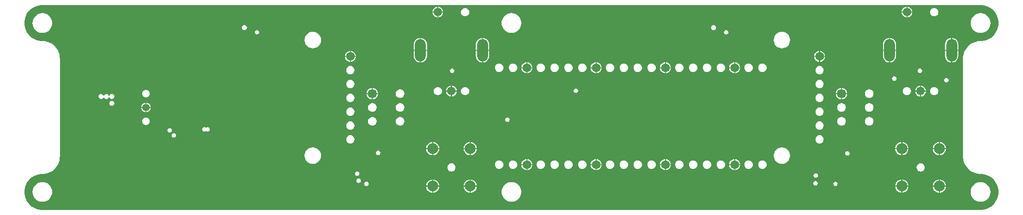
<source format=gbr>
%TF.GenerationSoftware,Altium Limited,Altium Designer,23.7.1 (13)*%
G04 Layer_Physical_Order=3*
G04 Layer_Color=16440176*
%FSLAX45Y45*%
%MOMM*%
%TF.SameCoordinates,F0F8C17F-0DA8-4E41-987A-5915CA82B15D*%
%TF.FilePolarity,Positive*%
%TF.FileFunction,Copper,L3,Inr,Signal*%
%TF.Part,Single*%
G01*
G75*
%TA.AperFunction,ComponentPad*%
%ADD16C,1.60000*%
%ADD17C,1.55000*%
G04:AMPARAMS|DCode=19|XSize=2mm|YSize=4.1mm|CornerRadius=1mm|HoleSize=0mm|Usage=FLASHONLY|Rotation=0.000|XOffset=0mm|YOffset=0mm|HoleType=Round|Shape=RoundedRectangle|*
%AMROUNDEDRECTD19*
21,1,2.00000,2.10000,0,0,0.0*
21,1,0.00000,4.10000,0,0,0.0*
1,1,2.00000,0.00000,-1.05000*
1,1,2.00000,0.00000,-1.05000*
1,1,2.00000,0.00000,1.05000*
1,1,2.00000,0.00000,1.05000*
%
%ADD19ROUNDEDRECTD19*%
%ADD20C,1.69000*%
%ADD22C,1.35800*%
%ADD25C,2.00660*%
G36*
X8300000Y3779608D02*
X8625940D01*
X8677184Y3771492D01*
X8726526Y3755460D01*
X8772753Y3731906D01*
X8814725Y3701411D01*
X8851412Y3664724D01*
X8881908Y3622751D01*
X8905461Y3576524D01*
X8921493Y3527182D01*
X8929610Y3475938D01*
Y3424058D01*
X8921493Y3372814D01*
X8905461Y3323472D01*
X8881907Y3277245D01*
X8851413Y3235273D01*
X8814726Y3198586D01*
X8772753Y3168091D01*
X8726526Y3144537D01*
X8677184Y3128505D01*
X8625940Y3120389D01*
X8600000Y3120389D01*
X8599667Y3120323D01*
X8599333Y3120378D01*
X8579712Y3119735D01*
X8578727Y3119506D01*
X8577717Y3119572D01*
X8538811Y3114450D01*
X8537537Y3114017D01*
X8536195Y3113929D01*
X8498291Y3103773D01*
X8497085Y3103178D01*
X8495765Y3102916D01*
X8459510Y3087899D01*
X8458392Y3087151D01*
X8457118Y3086719D01*
X8423134Y3067098D01*
X8422123Y3066211D01*
X8420916Y3065616D01*
X8389783Y3041727D01*
X8388897Y3040716D01*
X8387778Y3039968D01*
X8360030Y3012221D01*
X8359282Y3011102D01*
X8358271Y3010215D01*
X8334382Y2979082D01*
X8333787Y2977876D01*
X8332901Y2976865D01*
X8313280Y2942880D01*
X8312847Y2941607D01*
X8312100Y2940488D01*
X8297083Y2904233D01*
X8296820Y2902913D01*
X8296225Y2901707D01*
X8286069Y2863803D01*
X8285981Y2862461D01*
X8285549Y2861187D01*
X8280426Y2822281D01*
X8280492Y2821271D01*
X8280263Y2820286D01*
X8279621Y2800665D01*
X8279676Y2800331D01*
X8279610Y2799998D01*
X8279610Y999999D01*
X8279676Y999666D01*
X8279620Y999331D01*
X8280263Y979710D01*
X8280492Y978725D01*
X8280426Y977716D01*
X8285549Y938810D01*
X8285981Y937536D01*
X8286069Y936194D01*
X8296225Y898289D01*
X8296820Y897083D01*
X8297083Y895764D01*
X8312100Y859509D01*
X8312847Y858390D01*
X8313280Y857116D01*
X8332901Y823132D01*
X8333787Y822121D01*
X8334382Y820915D01*
X8358271Y789782D01*
X8359282Y788895D01*
X8360030Y787776D01*
X8387778Y760028D01*
X8388897Y759281D01*
X8389783Y758270D01*
X8420916Y734381D01*
X8422123Y733786D01*
X8423134Y732899D01*
X8457118Y713278D01*
X8458392Y712846D01*
X8459510Y712098D01*
X8495765Y697081D01*
X8497085Y696819D01*
X8498291Y696224D01*
X8536195Y686067D01*
X8537537Y685980D01*
X8538811Y685547D01*
X8577717Y680425D01*
X8578727Y680491D01*
X8579712Y680261D01*
X8599333Y679619D01*
X8599667Y679674D01*
X8600000Y679608D01*
X8625940Y679608D01*
X8677184Y671491D01*
X8726526Y655459D01*
X8772754Y631905D01*
X8814726Y601410D01*
X8851412Y564724D01*
X8881908Y522751D01*
X8905461Y476524D01*
X8921494Y427181D01*
X8929610Y375938D01*
Y324058D01*
X8921494Y272814D01*
X8905461Y223471D01*
X8881907Y177243D01*
X8851413Y135271D01*
X8814726Y98585D01*
X8772753Y68090D01*
X8726526Y44536D01*
X8677184Y28504D01*
X8625940Y20388D01*
X8600000D01*
X8300000Y20391D01*
X-8300000Y20389D01*
X-8625940D01*
X-8677185Y28505D01*
X-8726526Y44537D01*
X-8772753Y68091D01*
X-8814725Y98586D01*
X-8851412Y135273D01*
X-8881908Y177246D01*
X-8905461Y223472D01*
X-8921493Y272815D01*
X-8929610Y324058D01*
Y375939D01*
X-8921493Y427183D01*
X-8905461Y476525D01*
X-8881908Y522751D01*
X-8851413Y564724D01*
X-8814726Y601411D01*
X-8772753Y631906D01*
X-8726526Y655460D01*
X-8677184Y671492D01*
X-8625940Y679608D01*
X-8600000Y679608D01*
X-8599667Y679674D01*
X-8599333Y679619D01*
X-8579712Y680261D01*
X-8578727Y680491D01*
X-8577718Y680425D01*
X-8538812Y685547D01*
X-8537538Y685980D01*
X-8536196Y686067D01*
X-8498291Y696224D01*
X-8497085Y696819D01*
X-8495765Y697081D01*
X-8459511Y712098D01*
X-8458392Y712846D01*
X-8457118Y713278D01*
X-8423134Y732899D01*
X-8422123Y733786D01*
X-8420916Y734381D01*
X-8389784Y758270D01*
X-8388897Y759281D01*
X-8387778Y760028D01*
X-8360030Y787776D01*
X-8359283Y788895D01*
X-8358272Y789782D01*
X-8334383Y820915D01*
X-8333788Y822121D01*
X-8332901Y823132D01*
X-8313280Y857116D01*
X-8312847Y858390D01*
X-8312100Y859509D01*
X-8297083Y895764D01*
X-8296821Y897083D01*
X-8296226Y898289D01*
X-8286069Y936194D01*
X-8285981Y937536D01*
X-8285549Y938810D01*
X-8280427Y977716D01*
X-8280493Y978725D01*
X-8280263Y979710D01*
X-8279621Y999331D01*
X-8279676Y999666D01*
X-8279610Y999999D01*
X-8279610Y2799998D01*
X-8279676Y2800331D01*
X-8279620Y2800666D01*
X-8280263Y2820287D01*
X-8280493Y2821272D01*
X-8280427Y2822281D01*
X-8285549Y2861187D01*
X-8285981Y2862461D01*
X-8286069Y2863803D01*
X-8296226Y2901707D01*
X-8296821Y2902913D01*
X-8297083Y2904233D01*
X-8312100Y2940488D01*
X-8312847Y2941607D01*
X-8313280Y2942880D01*
X-8332901Y2976865D01*
X-8333788Y2977876D01*
X-8334383Y2979082D01*
X-8358272Y3010215D01*
X-8359283Y3011102D01*
X-8360030Y3012221D01*
X-8387778Y3039968D01*
X-8388897Y3040716D01*
X-8389784Y3041727D01*
X-8420916Y3065616D01*
X-8422123Y3066211D01*
X-8423134Y3067098D01*
X-8457118Y3086719D01*
X-8458392Y3087151D01*
X-8459511Y3087899D01*
X-8495765Y3102916D01*
X-8497085Y3103178D01*
X-8498291Y3103773D01*
X-8536196Y3113929D01*
X-8537538Y3114017D01*
X-8538812Y3114450D01*
X-8577718Y3119572D01*
X-8578727Y3119506D01*
X-8579712Y3119735D01*
X-8599333Y3120378D01*
X-8599667Y3120323D01*
X-8600000Y3120389D01*
X-8625940D01*
X-8677185Y3128505D01*
X-8726526Y3144537D01*
X-8772753Y3168091D01*
X-8814725Y3198585D01*
X-8851412Y3235272D01*
X-8881908Y3277245D01*
X-8905461Y3323472D01*
X-8921493Y3372814D01*
X-8929610Y3424058D01*
Y3475938D01*
X-8921493Y3527183D01*
X-8905461Y3576524D01*
X-8881908Y3622751D01*
X-8851413Y3664723D01*
X-8814726Y3701410D01*
X-8772753Y3731906D01*
X-8726526Y3755460D01*
X-8677184Y3771492D01*
X-8625940Y3779608D01*
X-8600000D01*
X-8300000Y3779609D01*
X8300000Y3779608D01*
D02*
G37*
%LPC*%
G36*
X7260150Y3747306D02*
Y3660148D01*
X7347308D01*
X7345283Y3675529D01*
X7335428Y3699321D01*
X7319752Y3719750D01*
X7299322Y3735426D01*
X7275531Y3745281D01*
X7260150Y3747306D01*
D02*
G37*
G36*
X7239850D02*
X7224469Y3745281D01*
X7200679Y3735426D01*
X7180249Y3719750D01*
X7164572Y3699321D01*
X7154718Y3675529D01*
X7152693Y3660148D01*
X7239850D01*
Y3747306D01*
D02*
G37*
G36*
X-1339850D02*
Y3660148D01*
X-1252693D01*
X-1254718Y3675529D01*
X-1264572Y3699321D01*
X-1280248Y3719750D01*
X-1300678Y3735426D01*
X-1324469Y3745281D01*
X-1339850Y3747306D01*
D02*
G37*
G36*
X-1360150D02*
X-1375531Y3745281D01*
X-1399322Y3735426D01*
X-1419752Y3719750D01*
X-1435428Y3699321D01*
X-1445283Y3675529D01*
X-1447307Y3660148D01*
X-1360150D01*
Y3747306D01*
D02*
G37*
G36*
X7750000Y3725646D02*
X7730421Y3723068D01*
X7712177Y3715511D01*
X7696510Y3703489D01*
X7684488Y3687822D01*
X7676931Y3669577D01*
X7674353Y3649999D01*
X7676931Y3630420D01*
X7684488Y3612175D01*
X7696510Y3596508D01*
X7712177Y3584486D01*
X7730421Y3576929D01*
X7750000Y3574351D01*
X7769579Y3576929D01*
X7787824Y3584486D01*
X7803491Y3596508D01*
X7815512Y3612175D01*
X7823070Y3630420D01*
X7825647Y3649999D01*
X7823070Y3669577D01*
X7815512Y3687822D01*
X7803491Y3703489D01*
X7787824Y3715511D01*
X7769579Y3723068D01*
X7750000Y3725646D01*
D02*
G37*
G36*
X-850000D02*
X-869579Y3723068D01*
X-887823Y3715511D01*
X-903491Y3703489D01*
X-915512Y3687822D01*
X-923070Y3669577D01*
X-925647Y3649999D01*
X-923070Y3630420D01*
X-915512Y3612175D01*
X-903491Y3596508D01*
X-887823Y3584486D01*
X-869579Y3576929D01*
X-850000Y3574351D01*
X-830421Y3576929D01*
X-812177Y3584486D01*
X-796509Y3596508D01*
X-784488Y3612175D01*
X-776931Y3630420D01*
X-774353Y3649999D01*
X-776931Y3669577D01*
X-784488Y3687822D01*
X-796509Y3703489D01*
X-812177Y3715511D01*
X-830421Y3723068D01*
X-850000Y3725646D01*
D02*
G37*
G36*
X7347308Y3639849D02*
X7260150D01*
Y3552691D01*
X7275531Y3554716D01*
X7299322Y3564571D01*
X7319752Y3580247D01*
X7335428Y3600677D01*
X7345283Y3624468D01*
X7347308Y3639849D01*
D02*
G37*
G36*
X7239850D02*
X7152693D01*
X7154718Y3624468D01*
X7164572Y3600677D01*
X7180249Y3580247D01*
X7200679Y3564571D01*
X7224469Y3554716D01*
X7239850Y3552691D01*
Y3639849D01*
D02*
G37*
G36*
X-1252693D02*
X-1339850D01*
Y3552691D01*
X-1324469Y3554716D01*
X-1300678Y3564571D01*
X-1280248Y3580247D01*
X-1264572Y3600677D01*
X-1254718Y3624468D01*
X-1252693Y3639849D01*
D02*
G37*
G36*
X-1360150D02*
X-1447307D01*
X-1445283Y3624468D01*
X-1435428Y3600677D01*
X-1419752Y3580247D01*
X-1399322Y3564571D01*
X-1375531Y3554716D01*
X-1360150Y3552691D01*
Y3639849D01*
D02*
G37*
G36*
X3704801Y3413382D02*
X3687243Y3409889D01*
X3672357Y3399943D01*
X3662412Y3385058D01*
X3658919Y3367500D01*
X3662412Y3349942D01*
X3672357Y3335057D01*
X3687243Y3325111D01*
X3704801Y3321618D01*
X3722359Y3325111D01*
X3737244Y3335057D01*
X3747190Y3349942D01*
X3750682Y3367500D01*
X3747190Y3385058D01*
X3737244Y3399943D01*
X3722359Y3409889D01*
X3704801Y3413382D01*
D02*
G37*
G36*
X-4895199D02*
X-4912757Y3409889D01*
X-4927642Y3399943D01*
X-4937588Y3385058D01*
X-4941081Y3367500D01*
X-4937588Y3349942D01*
X-4927642Y3335057D01*
X-4912757Y3325111D01*
X-4895199Y3321618D01*
X-4877641Y3325111D01*
X-4862756Y3335057D01*
X-4852810Y3349942D01*
X-4849318Y3367500D01*
X-4852810Y3385058D01*
X-4862756Y3399943D01*
X-4877641Y3409889D01*
X-4895199Y3413382D01*
D02*
G37*
G36*
X8600000Y3630869D02*
X8564714Y3627394D01*
X8530784Y3617101D01*
X8499514Y3600387D01*
X8472105Y3577894D01*
X8449611Y3550485D01*
X8432897Y3519215D01*
X8422605Y3485285D01*
X8419129Y3449998D01*
X8422605Y3414712D01*
X8432897Y3380782D01*
X8449611Y3349512D01*
X8472105Y3322103D01*
X8499514Y3299610D01*
X8530784Y3282896D01*
X8564714Y3272603D01*
X8600000Y3269128D01*
X8635286Y3272603D01*
X8669216Y3282896D01*
X8700487Y3299610D01*
X8727895Y3322103D01*
X8750389Y3349512D01*
X8767103Y3380782D01*
X8777395Y3414712D01*
X8780871Y3449998D01*
X8777395Y3485285D01*
X8767103Y3519215D01*
X8750389Y3550485D01*
X8727895Y3577894D01*
X8700487Y3600387D01*
X8669216Y3617101D01*
X8635286Y3627394D01*
X8600000Y3630869D01*
D02*
G37*
G36*
X0D02*
X-35286Y3627394D01*
X-69216Y3617101D01*
X-100486Y3600387D01*
X-127895Y3577894D01*
X-150389Y3550485D01*
X-167103Y3519215D01*
X-177395Y3485285D01*
X-180871Y3449998D01*
X-177395Y3414712D01*
X-167103Y3380782D01*
X-150389Y3349512D01*
X-127895Y3322103D01*
X-100486Y3299610D01*
X-69216Y3282896D01*
X-35286Y3272603D01*
X0Y3269128D01*
X35286Y3272603D01*
X69216Y3282896D01*
X100486Y3299610D01*
X127895Y3322103D01*
X150389Y3349512D01*
X167103Y3380782D01*
X177395Y3414712D01*
X180871Y3449998D01*
X177395Y3485285D01*
X167103Y3519215D01*
X150389Y3550485D01*
X127895Y3577894D01*
X100486Y3600387D01*
X69216Y3617101D01*
X35286Y3627394D01*
X0Y3630869D01*
D02*
G37*
G36*
X-8600000D02*
X-8635286Y3627394D01*
X-8669216Y3617101D01*
X-8700487Y3600387D01*
X-8727895Y3577894D01*
X-8750389Y3550485D01*
X-8767103Y3519215D01*
X-8777395Y3485285D01*
X-8780871Y3449998D01*
X-8777395Y3414712D01*
X-8767103Y3380782D01*
X-8750389Y3349512D01*
X-8727895Y3322103D01*
X-8700487Y3299610D01*
X-8669216Y3282896D01*
X-8635286Y3272603D01*
X-8600000Y3269128D01*
X-8564714Y3272603D01*
X-8530784Y3282896D01*
X-8499514Y3299610D01*
X-8472105Y3322103D01*
X-8449611Y3349512D01*
X-8432897Y3380782D01*
X-8422605Y3414712D01*
X-8419129Y3449998D01*
X-8422605Y3485285D01*
X-8432897Y3519215D01*
X-8449611Y3550485D01*
X-8472105Y3577894D01*
X-8499514Y3600387D01*
X-8530784Y3617101D01*
X-8564714Y3627394D01*
X-8600000Y3630869D01*
D02*
G37*
G36*
X3935000Y3319784D02*
X3919392Y3316679D01*
X3906161Y3307838D01*
X3897321Y3294607D01*
X3894216Y3279000D01*
X3897321Y3263393D01*
X3906161Y3250162D01*
X3919392Y3241321D01*
X3935000Y3238217D01*
X3950607Y3241321D01*
X3963838Y3250162D01*
X3972679Y3263393D01*
X3975783Y3279000D01*
X3972679Y3294607D01*
X3963838Y3307838D01*
X3950607Y3316679D01*
X3935000Y3319784D01*
D02*
G37*
G36*
X-4665000D02*
X-4680607Y3316679D01*
X-4693838Y3307838D01*
X-4702679Y3294607D01*
X-4705784Y3279000D01*
X-4702679Y3263393D01*
X-4693838Y3250162D01*
X-4680607Y3241321D01*
X-4665000Y3238217D01*
X-4649393Y3241321D01*
X-4636162Y3250162D01*
X-4627321Y3263393D01*
X-4624217Y3279000D01*
X-4627321Y3294607D01*
X-4636162Y3307838D01*
X-4649393Y3316679D01*
X-4665000Y3319784D01*
D02*
G37*
G36*
X4958000Y3286724D02*
X4928595Y3283828D01*
X4900320Y3275251D01*
X4874261Y3261322D01*
X4851421Y3242577D01*
X4832676Y3219737D01*
X4818748Y3193678D01*
X4810170Y3165403D01*
X4807274Y3135998D01*
X4810170Y3106593D01*
X4818748Y3078318D01*
X4832676Y3052260D01*
X4851421Y3029419D01*
X4874261Y3010674D01*
X4900320Y2996746D01*
X4928595Y2988169D01*
X4958000Y2985273D01*
X4987405Y2988169D01*
X5015680Y2996746D01*
X5041739Y3010674D01*
X5064579Y3029419D01*
X5083324Y3052260D01*
X5097252Y3078318D01*
X5105830Y3106593D01*
X5108726Y3135998D01*
X5105830Y3165403D01*
X5097252Y3193678D01*
X5083324Y3219737D01*
X5064579Y3242577D01*
X5041739Y3261322D01*
X5015680Y3275251D01*
X4987405Y3283828D01*
X4958000Y3286724D01*
D02*
G37*
G36*
X-3642000D02*
X-3671405Y3283828D01*
X-3699680Y3275251D01*
X-3725739Y3261322D01*
X-3748579Y3242577D01*
X-3767324Y3219737D01*
X-3781253Y3193678D01*
X-3789830Y3165403D01*
X-3792726Y3135998D01*
X-3789830Y3106593D01*
X-3781253Y3078318D01*
X-3767324Y3052260D01*
X-3748579Y3029419D01*
X-3725739Y3010674D01*
X-3699680Y2996746D01*
X-3671405Y2988169D01*
X-3642000Y2985273D01*
X-3612595Y2988169D01*
X-3584320Y2996746D01*
X-3558261Y3010674D01*
X-3535421Y3029419D01*
X-3516676Y3052260D01*
X-3502748Y3078318D01*
X-3494171Y3106593D01*
X-3491274Y3135998D01*
X-3494171Y3165403D01*
X-3502748Y3193678D01*
X-3516676Y3219737D01*
X-3535421Y3242577D01*
X-3558261Y3261322D01*
X-3584320Y3275251D01*
X-3612595Y3283828D01*
X-3642000Y3286724D01*
D02*
G37*
G36*
X8080150Y3175000D02*
Y2960148D01*
X8191338D01*
Y3054998D01*
X8187204Y3086403D01*
X8175082Y3115667D01*
X8155799Y3140797D01*
X8130669Y3160080D01*
X8101405Y3172202D01*
X8080150Y3175000D01*
D02*
G37*
G36*
X8059850D02*
X8038596Y3172202D01*
X8009331Y3160080D01*
X7984201Y3140797D01*
X7964918Y3115667D01*
X7952797Y3086403D01*
X7948662Y3054998D01*
Y2960148D01*
X8059850D01*
Y3175000D01*
D02*
G37*
G36*
X6940150D02*
Y2960148D01*
X7051338D01*
Y3054998D01*
X7047204Y3086403D01*
X7035082Y3115667D01*
X7015799Y3140797D01*
X6990669Y3160080D01*
X6961405Y3172202D01*
X6940150Y3175000D01*
D02*
G37*
G36*
X6919851D02*
X6898596Y3172202D01*
X6869331Y3160080D01*
X6844201Y3140797D01*
X6824919Y3115667D01*
X6812797Y3086403D01*
X6808662Y3054998D01*
Y2960148D01*
X6919851D01*
Y3175000D01*
D02*
G37*
G36*
X-519850D02*
Y2960148D01*
X-408662D01*
Y3054998D01*
X-412797Y3086403D01*
X-424918Y3115667D01*
X-444201Y3140797D01*
X-469331Y3160080D01*
X-498596Y3172202D01*
X-519850Y3175000D01*
D02*
G37*
G36*
X-540150D02*
X-561405Y3172202D01*
X-590669Y3160080D01*
X-615799Y3140797D01*
X-635082Y3115667D01*
X-647204Y3086403D01*
X-651338Y3054998D01*
Y2960148D01*
X-540150D01*
Y3175000D01*
D02*
G37*
G36*
X-1659850D02*
Y2960148D01*
X-1548662D01*
Y3054998D01*
X-1552796Y3086403D01*
X-1564918Y3115667D01*
X-1584201Y3140797D01*
X-1609331Y3160080D01*
X-1638595Y3172202D01*
X-1659850Y3175000D01*
D02*
G37*
G36*
X-1680150D02*
X-1701405Y3172202D01*
X-1730669Y3160080D01*
X-1755799Y3140797D01*
X-1775082Y3115667D01*
X-1787203Y3086403D01*
X-1791338Y3054998D01*
Y2960148D01*
X-1680150D01*
Y3175000D01*
D02*
G37*
G36*
X5658150Y2937827D02*
Y2848148D01*
X5747829D01*
X5745718Y2864182D01*
X5735612Y2888581D01*
X5719534Y2909533D01*
X5698582Y2925610D01*
X5674183Y2935717D01*
X5658150Y2937827D01*
D02*
G37*
G36*
X-2941850D02*
Y2848148D01*
X-2852171D01*
X-2854282Y2864182D01*
X-2864388Y2888581D01*
X-2880466Y2909533D01*
X-2901418Y2925610D01*
X-2925817Y2935717D01*
X-2941850Y2937827D01*
D02*
G37*
G36*
X5637850D02*
X5621816Y2935717D01*
X5597417Y2925610D01*
X5576465Y2909533D01*
X5560388Y2888581D01*
X5550282Y2864182D01*
X5548171Y2848148D01*
X5637850D01*
Y2937827D01*
D02*
G37*
G36*
X-2962150D02*
X-2978184Y2935717D01*
X-3002583Y2925610D01*
X-3023535Y2909533D01*
X-3039612Y2888581D01*
X-3049718Y2864182D01*
X-3051829Y2848148D01*
X-2962150D01*
Y2937827D01*
D02*
G37*
G36*
X5747829Y2827849D02*
X5658150D01*
Y2738170D01*
X5674183Y2740280D01*
X5698582Y2750387D01*
X5719534Y2766464D01*
X5735612Y2787416D01*
X5745718Y2811815D01*
X5747829Y2827849D01*
D02*
G37*
G36*
X-2852171D02*
X-2941850D01*
Y2738170D01*
X-2925817Y2740280D01*
X-2901418Y2750387D01*
X-2880466Y2766464D01*
X-2864388Y2787416D01*
X-2854282Y2811815D01*
X-2852171Y2827849D01*
D02*
G37*
G36*
X-2962150D02*
X-3051829D01*
X-3049718Y2811815D01*
X-3039612Y2787416D01*
X-3023535Y2766464D01*
X-3002583Y2750387D01*
X-2978184Y2740280D01*
X-2962150Y2738170D01*
Y2827849D01*
D02*
G37*
G36*
X5637850D02*
X5548171D01*
X5550282Y2811815D01*
X5560388Y2787416D01*
X5576465Y2766464D01*
X5597417Y2750387D01*
X5621816Y2740280D01*
X5637850Y2738170D01*
Y2827849D01*
D02*
G37*
G36*
X8191338Y2939849D02*
X8080150D01*
Y2724997D01*
X8101405Y2727795D01*
X8130669Y2739917D01*
X8155799Y2759200D01*
X8175082Y2784330D01*
X8187204Y2813594D01*
X8191338Y2844999D01*
Y2939849D01*
D02*
G37*
G36*
X8059850D02*
X7948662D01*
Y2844999D01*
X7952797Y2813594D01*
X7964918Y2784330D01*
X7984201Y2759200D01*
X8009331Y2739917D01*
X8038596Y2727795D01*
X8059850Y2724997D01*
Y2939849D01*
D02*
G37*
G36*
X7051338D02*
X6940150D01*
Y2724997D01*
X6961405Y2727795D01*
X6990669Y2739917D01*
X7015799Y2759200D01*
X7035082Y2784330D01*
X7047204Y2813594D01*
X7051338Y2844999D01*
Y2939849D01*
D02*
G37*
G36*
X6919851D02*
X6808662D01*
Y2844999D01*
X6812797Y2813594D01*
X6824919Y2784330D01*
X6844201Y2759200D01*
X6869331Y2739917D01*
X6898596Y2727795D01*
X6919851Y2724997D01*
Y2939849D01*
D02*
G37*
G36*
X-408662D02*
X-519850D01*
Y2724997D01*
X-498596Y2727795D01*
X-469331Y2739917D01*
X-444201Y2759200D01*
X-424918Y2784330D01*
X-412797Y2813594D01*
X-408662Y2844999D01*
Y2939849D01*
D02*
G37*
G36*
X-540150D02*
X-651338D01*
Y2844999D01*
X-647204Y2813594D01*
X-635082Y2784330D01*
X-615799Y2759200D01*
X-590669Y2739917D01*
X-561405Y2727795D01*
X-540150Y2724997D01*
Y2939849D01*
D02*
G37*
G36*
X-1548662D02*
X-1659850D01*
Y2724997D01*
X-1638595Y2727795D01*
X-1609331Y2739917D01*
X-1584201Y2759200D01*
X-1564918Y2784330D01*
X-1552796Y2813594D01*
X-1548662Y2844999D01*
Y2939849D01*
D02*
G37*
G36*
X-1680150D02*
X-1791338D01*
Y2844999D01*
X-1787203Y2813594D01*
X-1775082Y2784330D01*
X-1755799Y2759200D01*
X-1730669Y2739917D01*
X-1701405Y2727795D01*
X-1680150Y2724997D01*
Y2939849D01*
D02*
G37*
G36*
X4103150Y2727829D02*
Y2638150D01*
X4192829D01*
X4190718Y2654184D01*
X4180612Y2678583D01*
X4164535Y2699535D01*
X4143583Y2715612D01*
X4119184Y2725718D01*
X4103150Y2727829D01*
D02*
G37*
G36*
X4082850D02*
X4066817Y2725718D01*
X4042418Y2715612D01*
X4021466Y2699535D01*
X4005388Y2678583D01*
X3995282Y2654184D01*
X3993171Y2638150D01*
X4082850D01*
Y2727829D01*
D02*
G37*
G36*
X2833150D02*
Y2638150D01*
X2922829D01*
X2920718Y2654184D01*
X2910612Y2678583D01*
X2894535Y2699535D01*
X2873583Y2715612D01*
X2849184Y2725718D01*
X2833150Y2727829D01*
D02*
G37*
G36*
X2812850D02*
X2796817Y2725718D01*
X2772418Y2715612D01*
X2751466Y2699535D01*
X2735388Y2678583D01*
X2725282Y2654184D01*
X2723171Y2638150D01*
X2812850D01*
Y2727829D01*
D02*
G37*
G36*
X1563150D02*
Y2638150D01*
X1652829D01*
X1650718Y2654184D01*
X1640612Y2678583D01*
X1624535Y2699535D01*
X1603583Y2715612D01*
X1579184Y2725718D01*
X1563150Y2727829D01*
D02*
G37*
G36*
X1542850D02*
X1526817Y2725718D01*
X1502418Y2715612D01*
X1481466Y2699535D01*
X1465388Y2678583D01*
X1455282Y2654184D01*
X1453171Y2638150D01*
X1542850D01*
Y2727829D01*
D02*
G37*
G36*
X293150D02*
Y2638150D01*
X382829D01*
X380718Y2654184D01*
X370612Y2678583D01*
X354535Y2699535D01*
X333583Y2715612D01*
X309184Y2725718D01*
X293150Y2727829D01*
D02*
G37*
G36*
X272850D02*
X256817Y2725718D01*
X232418Y2715612D01*
X211466Y2699535D01*
X195388Y2678583D01*
X185282Y2654184D01*
X183171Y2638150D01*
X272850D01*
Y2727829D01*
D02*
G37*
G36*
X4601000Y2705664D02*
X4580899Y2703018D01*
X4562168Y2695259D01*
X4546083Y2682917D01*
X4533741Y2666832D01*
X4525982Y2648101D01*
X4523336Y2628000D01*
X4525982Y2607899D01*
X4533741Y2589168D01*
X4546083Y2573083D01*
X4562168Y2560741D01*
X4580899Y2552982D01*
X4601000Y2550336D01*
X4621101Y2552982D01*
X4639832Y2560741D01*
X4655917Y2573083D01*
X4668259Y2589168D01*
X4676018Y2607899D01*
X4678665Y2628000D01*
X4676018Y2648101D01*
X4668259Y2666832D01*
X4655917Y2682917D01*
X4639832Y2695259D01*
X4621101Y2703018D01*
X4601000Y2705664D01*
D02*
G37*
G36*
X4347000D02*
X4326899Y2703018D01*
X4308168Y2695259D01*
X4292083Y2682917D01*
X4279741Y2666832D01*
X4271982Y2648101D01*
X4269336Y2628000D01*
X4271982Y2607899D01*
X4279741Y2589168D01*
X4292083Y2573083D01*
X4308168Y2560741D01*
X4326899Y2552982D01*
X4347000Y2550336D01*
X4367101Y2552982D01*
X4385832Y2560741D01*
X4401917Y2573083D01*
X4414259Y2589168D01*
X4422018Y2607899D01*
X4424665Y2628000D01*
X4422018Y2648101D01*
X4414259Y2666832D01*
X4401917Y2682917D01*
X4385832Y2695259D01*
X4367101Y2703018D01*
X4347000Y2705664D01*
D02*
G37*
G36*
X3839000D02*
X3818899Y2703018D01*
X3800168Y2695259D01*
X3784083Y2682917D01*
X3771741Y2666832D01*
X3763982Y2648101D01*
X3761336Y2628000D01*
X3763982Y2607899D01*
X3771741Y2589168D01*
X3784083Y2573083D01*
X3800168Y2560741D01*
X3818899Y2552982D01*
X3839000Y2550336D01*
X3859101Y2552982D01*
X3877832Y2560741D01*
X3893917Y2573083D01*
X3906259Y2589168D01*
X3914018Y2607899D01*
X3916665Y2628000D01*
X3914018Y2648101D01*
X3906259Y2666832D01*
X3893917Y2682917D01*
X3877832Y2695259D01*
X3859101Y2703018D01*
X3839000Y2705664D01*
D02*
G37*
G36*
X3585000D02*
X3564899Y2703018D01*
X3546168Y2695259D01*
X3530083Y2682917D01*
X3517741Y2666832D01*
X3509982Y2648101D01*
X3507336Y2628000D01*
X3509982Y2607899D01*
X3517741Y2589168D01*
X3530083Y2573083D01*
X3546168Y2560741D01*
X3564899Y2552982D01*
X3585000Y2550336D01*
X3605101Y2552982D01*
X3623832Y2560741D01*
X3639917Y2573083D01*
X3652259Y2589168D01*
X3660018Y2607899D01*
X3662665Y2628000D01*
X3660018Y2648101D01*
X3652259Y2666832D01*
X3639917Y2682917D01*
X3623832Y2695259D01*
X3605101Y2703018D01*
X3585000Y2705664D01*
D02*
G37*
G36*
X3331000D02*
X3310899Y2703018D01*
X3292168Y2695259D01*
X3276083Y2682917D01*
X3263741Y2666832D01*
X3255982Y2648101D01*
X3253336Y2628000D01*
X3255982Y2607899D01*
X3263741Y2589168D01*
X3276083Y2573083D01*
X3292168Y2560741D01*
X3310899Y2552982D01*
X3331000Y2550336D01*
X3351101Y2552982D01*
X3369832Y2560741D01*
X3385917Y2573083D01*
X3398259Y2589168D01*
X3406018Y2607899D01*
X3408665Y2628000D01*
X3406018Y2648101D01*
X3398259Y2666832D01*
X3385917Y2682917D01*
X3369832Y2695259D01*
X3351101Y2703018D01*
X3331000Y2705664D01*
D02*
G37*
G36*
X3077000D02*
X3056899Y2703018D01*
X3038168Y2695259D01*
X3022083Y2682917D01*
X3009741Y2666832D01*
X3001982Y2648101D01*
X2999336Y2628000D01*
X3001982Y2607899D01*
X3009741Y2589168D01*
X3022083Y2573083D01*
X3038168Y2560741D01*
X3056899Y2552982D01*
X3077000Y2550336D01*
X3097101Y2552982D01*
X3115832Y2560741D01*
X3131917Y2573083D01*
X3144259Y2589168D01*
X3152018Y2607899D01*
X3154665Y2628000D01*
X3152018Y2648101D01*
X3144259Y2666832D01*
X3131917Y2682917D01*
X3115832Y2695259D01*
X3097101Y2703018D01*
X3077000Y2705664D01*
D02*
G37*
G36*
X2569000D02*
X2548899Y2703018D01*
X2530168Y2695259D01*
X2514083Y2682917D01*
X2501741Y2666832D01*
X2493982Y2648101D01*
X2491336Y2628000D01*
X2493982Y2607899D01*
X2501741Y2589168D01*
X2514083Y2573083D01*
X2530168Y2560741D01*
X2548899Y2552982D01*
X2569000Y2550336D01*
X2589101Y2552982D01*
X2607832Y2560741D01*
X2623917Y2573083D01*
X2636259Y2589168D01*
X2644018Y2607899D01*
X2646665Y2628000D01*
X2644018Y2648101D01*
X2636259Y2666832D01*
X2623917Y2682917D01*
X2607832Y2695259D01*
X2589101Y2703018D01*
X2569000Y2705664D01*
D02*
G37*
G36*
X2315000D02*
X2294899Y2703018D01*
X2276168Y2695259D01*
X2260083Y2682917D01*
X2247741Y2666832D01*
X2239982Y2648101D01*
X2237336Y2628000D01*
X2239982Y2607899D01*
X2247741Y2589168D01*
X2260083Y2573083D01*
X2276168Y2560741D01*
X2294899Y2552982D01*
X2315000Y2550336D01*
X2335101Y2552982D01*
X2353832Y2560741D01*
X2369917Y2573083D01*
X2382259Y2589168D01*
X2390018Y2607899D01*
X2392665Y2628000D01*
X2390018Y2648101D01*
X2382259Y2666832D01*
X2369917Y2682917D01*
X2353832Y2695259D01*
X2335101Y2703018D01*
X2315000Y2705664D01*
D02*
G37*
G36*
X2061000D02*
X2040899Y2703018D01*
X2022168Y2695259D01*
X2006083Y2682917D01*
X1993741Y2666832D01*
X1985982Y2648101D01*
X1983336Y2628000D01*
X1985982Y2607899D01*
X1993741Y2589168D01*
X2006083Y2573083D01*
X2022168Y2560741D01*
X2040899Y2552982D01*
X2061000Y2550336D01*
X2081101Y2552982D01*
X2099832Y2560741D01*
X2115917Y2573083D01*
X2128259Y2589168D01*
X2136018Y2607899D01*
X2138665Y2628000D01*
X2136018Y2648101D01*
X2128259Y2666832D01*
X2115917Y2682917D01*
X2099832Y2695259D01*
X2081101Y2703018D01*
X2061000Y2705664D01*
D02*
G37*
G36*
X1807000D02*
X1786899Y2703018D01*
X1768168Y2695259D01*
X1752083Y2682917D01*
X1739741Y2666832D01*
X1731982Y2648101D01*
X1729336Y2628000D01*
X1731982Y2607899D01*
X1739741Y2589168D01*
X1752083Y2573083D01*
X1768168Y2560741D01*
X1786899Y2552982D01*
X1807000Y2550336D01*
X1827101Y2552982D01*
X1845832Y2560741D01*
X1861917Y2573083D01*
X1874259Y2589168D01*
X1882018Y2607899D01*
X1884665Y2628000D01*
X1882018Y2648101D01*
X1874259Y2666832D01*
X1861917Y2682917D01*
X1845832Y2695259D01*
X1827101Y2703018D01*
X1807000Y2705664D01*
D02*
G37*
G36*
X1299000D02*
X1278899Y2703018D01*
X1260168Y2695259D01*
X1244083Y2682917D01*
X1231741Y2666832D01*
X1223982Y2648101D01*
X1221336Y2628000D01*
X1223982Y2607899D01*
X1231741Y2589168D01*
X1244083Y2573083D01*
X1260168Y2560741D01*
X1278899Y2552982D01*
X1299000Y2550336D01*
X1319101Y2552982D01*
X1337832Y2560741D01*
X1353917Y2573083D01*
X1366259Y2589168D01*
X1374018Y2607899D01*
X1376665Y2628000D01*
X1374018Y2648101D01*
X1366259Y2666832D01*
X1353917Y2682917D01*
X1337832Y2695259D01*
X1319101Y2703018D01*
X1299000Y2705664D01*
D02*
G37*
G36*
X1045000D02*
X1024899Y2703018D01*
X1006168Y2695259D01*
X990083Y2682917D01*
X977741Y2666832D01*
X969982Y2648101D01*
X967336Y2628000D01*
X969982Y2607899D01*
X977741Y2589168D01*
X990083Y2573083D01*
X1006168Y2560741D01*
X1024899Y2552982D01*
X1045000Y2550336D01*
X1065101Y2552982D01*
X1083832Y2560741D01*
X1099917Y2573083D01*
X1112259Y2589168D01*
X1120018Y2607899D01*
X1122665Y2628000D01*
X1120018Y2648101D01*
X1112259Y2666832D01*
X1099917Y2682917D01*
X1083832Y2695259D01*
X1065101Y2703018D01*
X1045000Y2705664D01*
D02*
G37*
G36*
X791000D02*
X770899Y2703018D01*
X752168Y2695259D01*
X736083Y2682917D01*
X723741Y2666832D01*
X715982Y2648101D01*
X713336Y2628000D01*
X715982Y2607899D01*
X723741Y2589168D01*
X736083Y2573083D01*
X752168Y2560741D01*
X770899Y2552982D01*
X791000Y2550336D01*
X811101Y2552982D01*
X829832Y2560741D01*
X845917Y2573083D01*
X858259Y2589168D01*
X866018Y2607899D01*
X868665Y2628000D01*
X866018Y2648101D01*
X858259Y2666832D01*
X845917Y2682917D01*
X829832Y2695259D01*
X811101Y2703018D01*
X791000Y2705664D01*
D02*
G37*
G36*
X537000D02*
X516899Y2703018D01*
X498168Y2695259D01*
X482083Y2682917D01*
X469741Y2666832D01*
X461982Y2648101D01*
X459336Y2628000D01*
X461982Y2607899D01*
X469741Y2589168D01*
X482083Y2573083D01*
X498168Y2560741D01*
X516899Y2552982D01*
X537000Y2550336D01*
X557101Y2552982D01*
X575832Y2560741D01*
X591917Y2573083D01*
X604259Y2589168D01*
X612018Y2607899D01*
X614665Y2628000D01*
X612018Y2648101D01*
X604259Y2666832D01*
X591917Y2682917D01*
X575832Y2695259D01*
X557101Y2703018D01*
X537000Y2705664D01*
D02*
G37*
G36*
X29000D02*
X8899Y2703018D01*
X-9832Y2695259D01*
X-25917Y2682917D01*
X-38259Y2666832D01*
X-46018Y2648101D01*
X-48664Y2628000D01*
X-46018Y2607899D01*
X-38259Y2589168D01*
X-25917Y2573083D01*
X-9832Y2560741D01*
X8899Y2552982D01*
X29000Y2550336D01*
X49101Y2552982D01*
X67832Y2560741D01*
X83917Y2573083D01*
X96259Y2589168D01*
X104018Y2607899D01*
X106665Y2628000D01*
X104018Y2648101D01*
X96259Y2666832D01*
X83917Y2682917D01*
X67832Y2695259D01*
X49101Y2703018D01*
X29000Y2705664D01*
D02*
G37*
G36*
X-225000D02*
X-245101Y2703018D01*
X-263832Y2695259D01*
X-279917Y2682917D01*
X-292259Y2666832D01*
X-300018Y2648101D01*
X-302664Y2628000D01*
X-300018Y2607899D01*
X-292259Y2589168D01*
X-279917Y2573083D01*
X-263832Y2560741D01*
X-245101Y2552982D01*
X-225000Y2550336D01*
X-204899Y2552982D01*
X-186168Y2560741D01*
X-170083Y2573083D01*
X-157741Y2589168D01*
X-149982Y2607899D01*
X-147335Y2628000D01*
X-149982Y2648101D01*
X-157741Y2666832D01*
X-170083Y2682917D01*
X-186168Y2695259D01*
X-204899Y2703018D01*
X-225000Y2705664D01*
D02*
G37*
G36*
X7487500Y2615783D02*
X7471893Y2612679D01*
X7458661Y2603838D01*
X7449821Y2590607D01*
X7446716Y2575000D01*
X7449821Y2559393D01*
X7458661Y2546162D01*
X7471893Y2537321D01*
X7487500Y2534216D01*
X7503107Y2537321D01*
X7516338Y2546162D01*
X7525179Y2559393D01*
X7528283Y2575000D01*
X7525179Y2590607D01*
X7516338Y2603838D01*
X7503107Y2612679D01*
X7487500Y2615783D01*
D02*
G37*
G36*
X-1087500D02*
X-1103107Y2612679D01*
X-1116338Y2603838D01*
X-1125179Y2590607D01*
X-1128283Y2575000D01*
X-1125179Y2559393D01*
X-1116338Y2546162D01*
X-1103107Y2537321D01*
X-1087500Y2534216D01*
X-1071893Y2537321D01*
X-1058662Y2546162D01*
X-1049821Y2559393D01*
X-1046716Y2575000D01*
X-1049821Y2590607D01*
X-1058662Y2603838D01*
X-1071893Y2612679D01*
X-1087500Y2615783D01*
D02*
G37*
G36*
X4192829Y2617850D02*
X4103150D01*
Y2528171D01*
X4119184Y2530282D01*
X4143583Y2540388D01*
X4164535Y2556466D01*
X4180612Y2577418D01*
X4190718Y2601816D01*
X4192829Y2617850D01*
D02*
G37*
G36*
X4082850D02*
X3993171D01*
X3995282Y2601816D01*
X4005388Y2577418D01*
X4021466Y2556466D01*
X4042418Y2540388D01*
X4066817Y2530282D01*
X4082850Y2528171D01*
Y2617850D01*
D02*
G37*
G36*
X2922829D02*
X2833150D01*
Y2528171D01*
X2849184Y2530282D01*
X2873583Y2540388D01*
X2894535Y2556466D01*
X2910612Y2577418D01*
X2920718Y2601816D01*
X2922829Y2617850D01*
D02*
G37*
G36*
X2812850D02*
X2723171D01*
X2725282Y2601816D01*
X2735388Y2577418D01*
X2751466Y2556466D01*
X2772418Y2540388D01*
X2796817Y2530282D01*
X2812850Y2528171D01*
Y2617850D01*
D02*
G37*
G36*
X1652829D02*
X1563150D01*
Y2528171D01*
X1579184Y2530282D01*
X1603583Y2540388D01*
X1624535Y2556466D01*
X1640612Y2577418D01*
X1650718Y2601816D01*
X1652829Y2617850D01*
D02*
G37*
G36*
X1542850D02*
X1453171D01*
X1455282Y2601816D01*
X1465388Y2577418D01*
X1481466Y2556466D01*
X1502418Y2540388D01*
X1526817Y2530282D01*
X1542850Y2528171D01*
Y2617850D01*
D02*
G37*
G36*
X382829D02*
X293150D01*
Y2528171D01*
X309184Y2530282D01*
X333583Y2540388D01*
X354535Y2556466D01*
X370612Y2577418D01*
X380718Y2601816D01*
X382829Y2617850D01*
D02*
G37*
G36*
X272850D02*
X183171D01*
X185282Y2601816D01*
X195388Y2577418D01*
X211466Y2556466D01*
X232418Y2540388D01*
X256817Y2530282D01*
X272850Y2528171D01*
Y2617850D01*
D02*
G37*
G36*
X5648000Y2659645D02*
X5628421Y2657068D01*
X5610176Y2649511D01*
X5594509Y2637489D01*
X5582488Y2621822D01*
X5574930Y2603577D01*
X5572353Y2583998D01*
X5574930Y2564420D01*
X5582488Y2546175D01*
X5594509Y2530508D01*
X5610176Y2518486D01*
X5628421Y2510929D01*
X5648000Y2508351D01*
X5667579Y2510929D01*
X5685824Y2518486D01*
X5701491Y2530508D01*
X5713512Y2546175D01*
X5721069Y2564420D01*
X5723647Y2583998D01*
X5721069Y2603577D01*
X5713512Y2621822D01*
X5701491Y2637489D01*
X5685824Y2649511D01*
X5667579Y2657068D01*
X5648000Y2659645D01*
D02*
G37*
G36*
X-2952000D02*
X-2971579Y2657068D01*
X-2989824Y2649511D01*
X-3005491Y2637489D01*
X-3017512Y2621822D01*
X-3025070Y2603577D01*
X-3027647Y2583998D01*
X-3025070Y2564420D01*
X-3017512Y2546175D01*
X-3005491Y2530508D01*
X-2989824Y2518486D01*
X-2971579Y2510929D01*
X-2952000Y2508351D01*
X-2932421Y2510929D01*
X-2914177Y2518486D01*
X-2898510Y2530508D01*
X-2886488Y2546175D01*
X-2878931Y2564420D01*
X-2876353Y2583998D01*
X-2878931Y2603577D01*
X-2886488Y2621822D01*
X-2898510Y2637489D01*
X-2914177Y2649511D01*
X-2932421Y2657068D01*
X-2952000Y2659645D01*
D02*
G37*
G36*
X7017500Y2470783D02*
X7001893Y2467679D01*
X6988662Y2458838D01*
X6979821Y2445607D01*
X6976717Y2430000D01*
X6979821Y2414393D01*
X6988662Y2401162D01*
X7001893Y2392321D01*
X7017500Y2389216D01*
X7033107Y2392321D01*
X7046338Y2401162D01*
X7055179Y2414393D01*
X7058284Y2430000D01*
X7055179Y2445607D01*
X7046338Y2458838D01*
X7033107Y2467679D01*
X7017500Y2470783D01*
D02*
G37*
G36*
X7972500Y2440784D02*
X7956893Y2437679D01*
X7943662Y2428838D01*
X7934821Y2415607D01*
X7931716Y2400000D01*
X7934821Y2384393D01*
X7943662Y2371162D01*
X7956893Y2362321D01*
X7972500Y2359217D01*
X7988107Y2362321D01*
X8001338Y2371162D01*
X8010179Y2384393D01*
X8013283Y2400000D01*
X8010179Y2415607D01*
X8001338Y2428838D01*
X7988107Y2437679D01*
X7972500Y2440784D01*
D02*
G37*
G36*
X5648000Y2405645D02*
X5628421Y2403068D01*
X5610176Y2395511D01*
X5594509Y2383489D01*
X5582488Y2367822D01*
X5574930Y2349577D01*
X5572353Y2329998D01*
X5574930Y2310420D01*
X5582488Y2292175D01*
X5594509Y2276508D01*
X5610176Y2264486D01*
X5628421Y2256929D01*
X5648000Y2254351D01*
X5667579Y2256929D01*
X5685824Y2264486D01*
X5701491Y2276508D01*
X5713512Y2292175D01*
X5721069Y2310420D01*
X5723647Y2329998D01*
X5721069Y2349577D01*
X5713512Y2367822D01*
X5701491Y2383489D01*
X5685824Y2395511D01*
X5667579Y2403068D01*
X5648000Y2405645D01*
D02*
G37*
G36*
X-2952000D02*
X-2971579Y2403068D01*
X-2989824Y2395511D01*
X-3005491Y2383489D01*
X-3017512Y2367822D01*
X-3025070Y2349577D01*
X-3027647Y2329998D01*
X-3025070Y2310420D01*
X-3017512Y2292175D01*
X-3005491Y2276508D01*
X-2989824Y2264486D01*
X-2971579Y2256929D01*
X-2952000Y2254351D01*
X-2932421Y2256929D01*
X-2914177Y2264486D01*
X-2898510Y2276508D01*
X-2886488Y2292175D01*
X-2878931Y2310420D01*
X-2876353Y2329998D01*
X-2878931Y2349577D01*
X-2886488Y2367822D01*
X-2898510Y2383489D01*
X-2914177Y2395511D01*
X-2932421Y2403068D01*
X-2952000Y2405645D01*
D02*
G37*
G36*
X7510150Y2297306D02*
Y2210148D01*
X7597308D01*
X7595283Y2225529D01*
X7585428Y2249320D01*
X7569752Y2269750D01*
X7549322Y2285426D01*
X7525531Y2295281D01*
X7510150Y2297306D01*
D02*
G37*
G36*
X7489850D02*
X7474469Y2295281D01*
X7450679Y2285426D01*
X7430249Y2269750D01*
X7414572Y2249320D01*
X7404718Y2225529D01*
X7402693Y2210148D01*
X7489850D01*
Y2297306D01*
D02*
G37*
G36*
X-1089850D02*
Y2210148D01*
X-1002693D01*
X-1004718Y2225529D01*
X-1014572Y2249320D01*
X-1030248Y2269750D01*
X-1050678Y2285426D01*
X-1074469Y2295281D01*
X-1089850Y2297306D01*
D02*
G37*
G36*
X-1110150D02*
X-1125531Y2295281D01*
X-1149322Y2285426D01*
X-1169752Y2269750D01*
X-1185428Y2249320D01*
X-1195283Y2225529D01*
X-1197307Y2210148D01*
X-1110150D01*
Y2297306D01*
D02*
G37*
G36*
X1181288Y2248523D02*
X1165681Y2245419D01*
X1152450Y2236578D01*
X1143609Y2223347D01*
X1140505Y2207740D01*
X1143609Y2192133D01*
X1152450Y2178901D01*
X1165681Y2170061D01*
X1181288Y2166956D01*
X1196895Y2170061D01*
X1210127Y2178901D01*
X1218967Y2192133D01*
X1222072Y2207740D01*
X1218967Y2223347D01*
X1210127Y2236578D01*
X1196895Y2245419D01*
X1181288Y2248523D01*
D02*
G37*
G36*
X6060150Y2258366D02*
Y2164148D01*
X6154368D01*
X6152103Y2181357D01*
X6141542Y2206851D01*
X6124744Y2228743D01*
X6102852Y2245541D01*
X6077358Y2256101D01*
X6060150Y2258366D01*
D02*
G37*
G36*
X6039850D02*
X6022642Y2256101D01*
X5997148Y2245541D01*
X5975256Y2228743D01*
X5958458Y2206851D01*
X5947898Y2181357D01*
X5945632Y2164148D01*
X6039850D01*
Y2258366D01*
D02*
G37*
G36*
X-2539850D02*
Y2164148D01*
X-2445632D01*
X-2447898Y2181357D01*
X-2458458Y2206851D01*
X-2475256Y2228743D01*
X-2497148Y2245541D01*
X-2522642Y2256101D01*
X-2539850Y2258366D01*
D02*
G37*
G36*
X-2560150D02*
X-2577359Y2256101D01*
X-2602852Y2245541D01*
X-2624744Y2228743D01*
X-2641543Y2206851D01*
X-2652103Y2181357D01*
X-2654368Y2164148D01*
X-2560150D01*
Y2258366D01*
D02*
G37*
G36*
X7750000Y2275645D02*
X7730421Y2273068D01*
X7712177Y2265511D01*
X7696510Y2253489D01*
X7684488Y2237822D01*
X7676931Y2219577D01*
X7674353Y2199998D01*
X7676931Y2180420D01*
X7684488Y2162175D01*
X7696510Y2146508D01*
X7712177Y2134486D01*
X7730421Y2126929D01*
X7750000Y2124351D01*
X7769579Y2126929D01*
X7787824Y2134486D01*
X7803491Y2146508D01*
X7815512Y2162175D01*
X7823070Y2180420D01*
X7825647Y2199998D01*
X7823070Y2219577D01*
X7815512Y2237822D01*
X7803491Y2253489D01*
X7787824Y2265511D01*
X7769579Y2273068D01*
X7750000Y2275645D01*
D02*
G37*
G36*
X7250000D02*
X7230421Y2273068D01*
X7212177Y2265511D01*
X7196510Y2253489D01*
X7184488Y2237822D01*
X7176931Y2219577D01*
X7174353Y2199998D01*
X7176931Y2180420D01*
X7184488Y2162175D01*
X7196510Y2146508D01*
X7212177Y2134486D01*
X7230421Y2126929D01*
X7250000Y2124351D01*
X7269579Y2126929D01*
X7287824Y2134486D01*
X7303491Y2146508D01*
X7315512Y2162175D01*
X7323070Y2180420D01*
X7325647Y2199998D01*
X7323070Y2219577D01*
X7315512Y2237822D01*
X7303491Y2253489D01*
X7287824Y2265511D01*
X7269579Y2273068D01*
X7250000Y2275645D01*
D02*
G37*
G36*
X-850000D02*
X-869579Y2273068D01*
X-887823Y2265511D01*
X-903491Y2253489D01*
X-915512Y2237822D01*
X-923070Y2219577D01*
X-925647Y2199998D01*
X-923070Y2180420D01*
X-915512Y2162175D01*
X-903491Y2146508D01*
X-887823Y2134486D01*
X-869579Y2126929D01*
X-850000Y2124351D01*
X-830421Y2126929D01*
X-812177Y2134486D01*
X-796509Y2146508D01*
X-784488Y2162175D01*
X-776931Y2180420D01*
X-774353Y2199998D01*
X-776931Y2219577D01*
X-784488Y2237822D01*
X-796509Y2253489D01*
X-812177Y2265511D01*
X-830421Y2273068D01*
X-850000Y2275645D01*
D02*
G37*
G36*
X-1350000D02*
X-1369579Y2273068D01*
X-1387823Y2265511D01*
X-1403491Y2253489D01*
X-1415512Y2237822D01*
X-1423070Y2219577D01*
X-1425647Y2199998D01*
X-1423070Y2180420D01*
X-1415512Y2162175D01*
X-1403491Y2146508D01*
X-1387823Y2134486D01*
X-1369579Y2126929D01*
X-1350000Y2124351D01*
X-1330421Y2126929D01*
X-1312177Y2134486D01*
X-1296509Y2146508D01*
X-1284488Y2162175D01*
X-1276931Y2180420D01*
X-1274353Y2199998D01*
X-1276931Y2219577D01*
X-1284488Y2237822D01*
X-1296509Y2253489D01*
X-1312177Y2265511D01*
X-1330421Y2273068D01*
X-1350000Y2275645D01*
D02*
G37*
G36*
X-7325000Y2145882D02*
X-7342558Y2142389D01*
X-7357443Y2132443D01*
X-7367389Y2117558D01*
X-7368526Y2111845D01*
X-7381474D01*
X-7382611Y2117558D01*
X-7392557Y2132443D01*
X-7407442Y2142389D01*
X-7425000Y2145882D01*
X-7442558Y2142389D01*
X-7457443Y2132443D01*
X-7467389Y2117558D01*
X-7468526Y2111844D01*
X-7481474D01*
X-7482611Y2117558D01*
X-7492557Y2132443D01*
X-7507442Y2142389D01*
X-7525000Y2145882D01*
X-7542558Y2142389D01*
X-7557443Y2132443D01*
X-7567389Y2117558D01*
X-7570881Y2100000D01*
X-7567389Y2082442D01*
X-7557443Y2067557D01*
X-7542558Y2057611D01*
X-7525000Y2054119D01*
X-7507442Y2057611D01*
X-7492557Y2067557D01*
X-7482611Y2082442D01*
X-7481474Y2088156D01*
X-7468526D01*
X-7467389Y2082442D01*
X-7457443Y2067557D01*
X-7442558Y2057611D01*
X-7425000Y2054119D01*
X-7407442Y2057611D01*
X-7392557Y2067557D01*
X-7382611Y2082442D01*
X-7381474Y2088155D01*
X-7368526D01*
X-7367389Y2082442D01*
X-7357443Y2067557D01*
X-7342558Y2057611D01*
X-7325000Y2054119D01*
X-7307442Y2057611D01*
X-7292557Y2067557D01*
X-7282611Y2082442D01*
X-7279119Y2100000D01*
X-7282611Y2117558D01*
X-7292557Y2132443D01*
X-7307442Y2142389D01*
X-7325000Y2145882D01*
D02*
G37*
G36*
X7597308Y2189849D02*
X7510150D01*
Y2102691D01*
X7525531Y2104716D01*
X7549322Y2114571D01*
X7569752Y2130247D01*
X7585428Y2150676D01*
X7595283Y2174468D01*
X7597308Y2189849D01*
D02*
G37*
G36*
X7489850D02*
X7402693D01*
X7404718Y2174468D01*
X7414572Y2150676D01*
X7430249Y2130247D01*
X7450679Y2114571D01*
X7474469Y2104716D01*
X7489850Y2102691D01*
Y2189849D01*
D02*
G37*
G36*
X-1002693D02*
X-1089850D01*
Y2102691D01*
X-1074469Y2104716D01*
X-1050678Y2114571D01*
X-1030248Y2130247D01*
X-1014572Y2150676D01*
X-1004718Y2174468D01*
X-1002693Y2189849D01*
D02*
G37*
G36*
X-1110150D02*
X-1197307D01*
X-1195283Y2174468D01*
X-1185428Y2150676D01*
X-1169752Y2130247D01*
X-1149322Y2114571D01*
X-1125531Y2104716D01*
X-1110150Y2102691D01*
Y2189849D01*
D02*
G37*
G36*
X-6700000Y2222082D02*
X-6717621Y2219763D01*
X-6734041Y2212961D01*
X-6748142Y2202142D01*
X-6758961Y2188041D01*
X-6765763Y2171621D01*
X-6768083Y2154000D01*
X-6765763Y2136379D01*
X-6758961Y2119959D01*
X-6748142Y2105858D01*
X-6734041Y2095039D01*
X-6717621Y2088237D01*
X-6700000Y2085918D01*
X-6682379Y2088237D01*
X-6665959Y2095039D01*
X-6651859Y2105858D01*
X-6641039Y2119959D01*
X-6634238Y2136379D01*
X-6631918Y2154000D01*
X-6634238Y2171621D01*
X-6641039Y2188041D01*
X-6651859Y2202142D01*
X-6665959Y2212961D01*
X-6682379Y2219763D01*
X-6700000Y2222082D01*
D02*
G37*
G36*
X6558000Y2234185D02*
X6537247Y2231452D01*
X6517907Y2223442D01*
X6501300Y2210699D01*
X6488557Y2194092D01*
X6480546Y2174752D01*
X6477814Y2153998D01*
X6480546Y2133245D01*
X6488557Y2113905D01*
X6501300Y2097298D01*
X6517907Y2084555D01*
X6537247Y2076545D01*
X6558000Y2073812D01*
X6578754Y2076545D01*
X6598093Y2084555D01*
X6614700Y2097298D01*
X6627443Y2113905D01*
X6635454Y2133245D01*
X6638186Y2153998D01*
X6635454Y2174752D01*
X6627443Y2194092D01*
X6614700Y2210699D01*
X6598093Y2223442D01*
X6578754Y2231452D01*
X6558000Y2234185D01*
D02*
G37*
G36*
X-2042000D02*
X-2062754Y2231452D01*
X-2082093Y2223442D01*
X-2098700Y2210699D01*
X-2111443Y2194092D01*
X-2119454Y2174752D01*
X-2122186Y2153998D01*
X-2119454Y2133245D01*
X-2111443Y2113905D01*
X-2098700Y2097298D01*
X-2082093Y2084555D01*
X-2062754Y2076545D01*
X-2042000Y2073812D01*
X-2021247Y2076545D01*
X-2001907Y2084555D01*
X-1985300Y2097298D01*
X-1972557Y2113905D01*
X-1964546Y2133245D01*
X-1961814Y2153998D01*
X-1964546Y2174752D01*
X-1972557Y2194092D01*
X-1985300Y2210699D01*
X-2001907Y2223442D01*
X-2021247Y2231452D01*
X-2042000Y2234185D01*
D02*
G37*
G36*
X6154368Y2143849D02*
X6060150D01*
Y2049631D01*
X6077358Y2051896D01*
X6102852Y2062456D01*
X6124744Y2079254D01*
X6141542Y2101146D01*
X6152103Y2126640D01*
X6154368Y2143849D01*
D02*
G37*
G36*
X6039850D02*
X5945632D01*
X5947898Y2126640D01*
X5958458Y2101146D01*
X5975256Y2079254D01*
X5997148Y2062456D01*
X6022642Y2051896D01*
X6039850Y2049631D01*
Y2143849D01*
D02*
G37*
G36*
X-2445632D02*
X-2539850D01*
Y2049631D01*
X-2522642Y2051896D01*
X-2497148Y2062456D01*
X-2475256Y2079254D01*
X-2458458Y2101146D01*
X-2447898Y2126640D01*
X-2445632Y2143849D01*
D02*
G37*
G36*
X-2560150D02*
X-2654368D01*
X-2652103Y2126640D01*
X-2641543Y2101146D01*
X-2624744Y2079254D01*
X-2602852Y2062456D01*
X-2577359Y2051896D01*
X-2560150Y2049631D01*
Y2143849D01*
D02*
G37*
G36*
X5648000Y2151645D02*
X5628421Y2149068D01*
X5610176Y2141511D01*
X5594509Y2129489D01*
X5582488Y2113822D01*
X5574930Y2095577D01*
X5572353Y2075998D01*
X5574930Y2056420D01*
X5582488Y2038175D01*
X5594509Y2022508D01*
X5610176Y2010486D01*
X5628421Y2002929D01*
X5648000Y2000351D01*
X5667579Y2002929D01*
X5685824Y2010486D01*
X5701491Y2022508D01*
X5713512Y2038175D01*
X5721069Y2056420D01*
X5723647Y2075998D01*
X5721069Y2095577D01*
X5713512Y2113822D01*
X5701491Y2129489D01*
X5685824Y2141511D01*
X5667579Y2149068D01*
X5648000Y2151645D01*
D02*
G37*
G36*
X-2952000D02*
X-2971579Y2149068D01*
X-2989824Y2141511D01*
X-3005491Y2129489D01*
X-3017512Y2113822D01*
X-3025070Y2095577D01*
X-3027647Y2075998D01*
X-3025070Y2056420D01*
X-3017512Y2038175D01*
X-3005491Y2022508D01*
X-2989824Y2010486D01*
X-2971579Y2002929D01*
X-2952000Y2000351D01*
X-2932421Y2002929D01*
X-2914177Y2010486D01*
X-2898510Y2022508D01*
X-2886488Y2038175D01*
X-2878931Y2056420D01*
X-2876353Y2075998D01*
X-2878931Y2095577D01*
X-2886488Y2113822D01*
X-2898510Y2129489D01*
X-2914177Y2141511D01*
X-2932421Y2149068D01*
X-2952000Y2151645D01*
D02*
G37*
G36*
X-7325000Y2020882D02*
X-7342558Y2017389D01*
X-7357443Y2007443D01*
X-7367389Y1992558D01*
X-7370882Y1975000D01*
X-7367389Y1957442D01*
X-7357443Y1942557D01*
X-7342558Y1932611D01*
X-7325000Y1929119D01*
X-7307442Y1932611D01*
X-7292557Y1942557D01*
X-7282611Y1957442D01*
X-7279119Y1975000D01*
X-7282611Y1992558D01*
X-7292557Y2007443D01*
X-7307442Y2017389D01*
X-7325000Y2020882D01*
D02*
G37*
G36*
X-6689850Y1987625D02*
Y1910150D01*
X-6612376D01*
X-6614071Y1923025D01*
X-6622958Y1944480D01*
X-6637095Y1962905D01*
X-6655520Y1977043D01*
X-6676975Y1985930D01*
X-6689850Y1987625D01*
D02*
G37*
G36*
X-6710150D02*
X-6723025Y1985930D01*
X-6744481Y1977043D01*
X-6762905Y1962905D01*
X-6777043Y1944480D01*
X-6785930Y1923025D01*
X-6787625Y1910150D01*
X-6710150D01*
Y1987625D01*
D02*
G37*
G36*
X6558000Y1980185D02*
X6537247Y1977452D01*
X6517907Y1969442D01*
X6501300Y1956699D01*
X6488557Y1940092D01*
X6480546Y1920752D01*
X6477814Y1899998D01*
X6480546Y1879245D01*
X6488557Y1859905D01*
X6501300Y1843298D01*
X6517907Y1830555D01*
X6537247Y1822545D01*
X6558000Y1819812D01*
X6578754Y1822545D01*
X6598093Y1830555D01*
X6614700Y1843298D01*
X6627443Y1859905D01*
X6635454Y1879245D01*
X6638186Y1899998D01*
X6635454Y1920752D01*
X6627443Y1940092D01*
X6614700Y1956699D01*
X6598093Y1969442D01*
X6578754Y1977452D01*
X6558000Y1980185D01*
D02*
G37*
G36*
X6050000D02*
X6029247Y1977452D01*
X6009907Y1969442D01*
X5993300Y1956699D01*
X5980557Y1940092D01*
X5972546Y1920752D01*
X5969814Y1899998D01*
X5972546Y1879245D01*
X5980557Y1859905D01*
X5993300Y1843298D01*
X6009907Y1830555D01*
X6029247Y1822545D01*
X6050000Y1819812D01*
X6070754Y1822545D01*
X6090093Y1830555D01*
X6106700Y1843298D01*
X6119443Y1859905D01*
X6127454Y1879245D01*
X6130186Y1899998D01*
X6127454Y1920752D01*
X6119443Y1940092D01*
X6106700Y1956699D01*
X6090093Y1969442D01*
X6070754Y1977452D01*
X6050000Y1980185D01*
D02*
G37*
G36*
X-2042000D02*
X-2062754Y1977452D01*
X-2082093Y1969442D01*
X-2098700Y1956699D01*
X-2111443Y1940092D01*
X-2119454Y1920752D01*
X-2122186Y1899998D01*
X-2119454Y1879245D01*
X-2111443Y1859905D01*
X-2098700Y1843298D01*
X-2082093Y1830555D01*
X-2062754Y1822545D01*
X-2042000Y1819812D01*
X-2021247Y1822545D01*
X-2001907Y1830555D01*
X-1985300Y1843298D01*
X-1972557Y1859905D01*
X-1964546Y1879245D01*
X-1961814Y1899998D01*
X-1964546Y1920752D01*
X-1972557Y1940092D01*
X-1985300Y1956699D01*
X-2001907Y1969442D01*
X-2021247Y1977452D01*
X-2042000Y1980185D01*
D02*
G37*
G36*
X-2550000D02*
X-2570754Y1977452D01*
X-2590093Y1969442D01*
X-2606700Y1956699D01*
X-2619443Y1940092D01*
X-2627454Y1920752D01*
X-2630186Y1899998D01*
X-2627454Y1879245D01*
X-2619443Y1859905D01*
X-2606700Y1843298D01*
X-2590093Y1830555D01*
X-2570754Y1822545D01*
X-2550000Y1819812D01*
X-2529247Y1822545D01*
X-2509907Y1830555D01*
X-2493300Y1843298D01*
X-2480557Y1859905D01*
X-2472546Y1879245D01*
X-2469814Y1899998D01*
X-2472546Y1920752D01*
X-2480557Y1940092D01*
X-2493300Y1956699D01*
X-2509907Y1969442D01*
X-2529247Y1977452D01*
X-2550000Y1980185D01*
D02*
G37*
G36*
X-6612376Y1889850D02*
X-6689850D01*
Y1812375D01*
X-6676975Y1814070D01*
X-6655520Y1822957D01*
X-6637095Y1837095D01*
X-6622958Y1855520D01*
X-6614071Y1876975D01*
X-6612376Y1889850D01*
D02*
G37*
G36*
X-6710150D02*
X-6787625D01*
X-6785930Y1876975D01*
X-6777043Y1855520D01*
X-6762905Y1837095D01*
X-6744481Y1822957D01*
X-6723025Y1814070D01*
X-6710150Y1812375D01*
Y1889850D01*
D02*
G37*
G36*
X5648000Y1897645D02*
X5628421Y1895068D01*
X5610176Y1887511D01*
X5594509Y1875489D01*
X5582488Y1859822D01*
X5574930Y1841577D01*
X5572353Y1821998D01*
X5574930Y1802420D01*
X5582488Y1784175D01*
X5594509Y1768508D01*
X5610176Y1756486D01*
X5628421Y1748929D01*
X5648000Y1746351D01*
X5667579Y1748929D01*
X5685824Y1756486D01*
X5701491Y1768508D01*
X5713512Y1784175D01*
X5721069Y1802420D01*
X5723647Y1821998D01*
X5721069Y1841577D01*
X5713512Y1859822D01*
X5701491Y1875489D01*
X5685824Y1887511D01*
X5667579Y1895068D01*
X5648000Y1897645D01*
D02*
G37*
G36*
X-2952000D02*
X-2971579Y1895068D01*
X-2989824Y1887511D01*
X-3005491Y1875489D01*
X-3017512Y1859822D01*
X-3025070Y1841577D01*
X-3027647Y1821998D01*
X-3025070Y1802420D01*
X-3017512Y1784175D01*
X-3005491Y1768508D01*
X-2989824Y1756486D01*
X-2971579Y1748929D01*
X-2952000Y1746351D01*
X-2932421Y1748929D01*
X-2914177Y1756486D01*
X-2898510Y1768508D01*
X-2886488Y1784175D01*
X-2878931Y1802420D01*
X-2876353Y1821998D01*
X-2878931Y1841577D01*
X-2886488Y1859822D01*
X-2898510Y1875489D01*
X-2914177Y1887511D01*
X-2932421Y1895068D01*
X-2952000Y1897645D01*
D02*
G37*
G36*
X-72671Y1715613D02*
X-88278Y1712508D01*
X-101509Y1703668D01*
X-110350Y1690437D01*
X-113454Y1674829D01*
X-110350Y1659222D01*
X-101509Y1645991D01*
X-88278Y1637150D01*
X-72671Y1634046D01*
X-57063Y1637150D01*
X-43832Y1645991D01*
X-34992Y1659222D01*
X-31887Y1674829D01*
X-34992Y1690437D01*
X-43832Y1703668D01*
X-57063Y1712508D01*
X-72671Y1715613D01*
D02*
G37*
G36*
X-6700000Y1714082D02*
X-6717621Y1711763D01*
X-6734041Y1704961D01*
X-6748142Y1694142D01*
X-6758961Y1680041D01*
X-6765763Y1663621D01*
X-6768083Y1646000D01*
X-6765763Y1628379D01*
X-6758961Y1611959D01*
X-6748142Y1597858D01*
X-6734041Y1587039D01*
X-6717621Y1580237D01*
X-6700000Y1577918D01*
X-6682379Y1580237D01*
X-6665959Y1587039D01*
X-6651859Y1597858D01*
X-6641039Y1611959D01*
X-6634238Y1628379D01*
X-6631918Y1646000D01*
X-6634238Y1663621D01*
X-6641039Y1680041D01*
X-6651859Y1694142D01*
X-6665959Y1704961D01*
X-6682379Y1711763D01*
X-6700000Y1714082D01*
D02*
G37*
G36*
X6558000Y1726185D02*
X6537247Y1723452D01*
X6517907Y1715442D01*
X6501300Y1702699D01*
X6488557Y1686092D01*
X6480546Y1666752D01*
X6477814Y1645998D01*
X6480546Y1625245D01*
X6488557Y1605905D01*
X6501300Y1589298D01*
X6517907Y1576555D01*
X6537247Y1568545D01*
X6558000Y1565812D01*
X6578754Y1568545D01*
X6598093Y1576555D01*
X6614700Y1589298D01*
X6627443Y1605905D01*
X6635454Y1625245D01*
X6638186Y1645998D01*
X6635454Y1666752D01*
X6627443Y1686092D01*
X6614700Y1702699D01*
X6598093Y1715442D01*
X6578754Y1723452D01*
X6558000Y1726185D01*
D02*
G37*
G36*
X6050000D02*
X6029247Y1723452D01*
X6009907Y1715442D01*
X5993300Y1702699D01*
X5980557Y1686092D01*
X5972546Y1666752D01*
X5969814Y1645998D01*
X5972546Y1625245D01*
X5980557Y1605905D01*
X5993300Y1589298D01*
X6009907Y1576555D01*
X6029247Y1568545D01*
X6050000Y1565812D01*
X6070754Y1568545D01*
X6090093Y1576555D01*
X6106700Y1589298D01*
X6119443Y1605905D01*
X6127454Y1625245D01*
X6130186Y1645998D01*
X6127454Y1666752D01*
X6119443Y1686092D01*
X6106700Y1702699D01*
X6090093Y1715442D01*
X6070754Y1723452D01*
X6050000Y1726185D01*
D02*
G37*
G36*
X-2042000D02*
X-2062754Y1723452D01*
X-2082093Y1715442D01*
X-2098700Y1702699D01*
X-2111443Y1686092D01*
X-2119454Y1666752D01*
X-2122186Y1645998D01*
X-2119454Y1625245D01*
X-2111443Y1605905D01*
X-2098700Y1589298D01*
X-2082093Y1576555D01*
X-2062754Y1568545D01*
X-2042000Y1565812D01*
X-2021247Y1568545D01*
X-2001907Y1576555D01*
X-1985300Y1589298D01*
X-1972557Y1605905D01*
X-1964546Y1625245D01*
X-1961814Y1645998D01*
X-1964546Y1666752D01*
X-1972557Y1686092D01*
X-1985300Y1702699D01*
X-2001907Y1715442D01*
X-2021247Y1723452D01*
X-2042000Y1726185D01*
D02*
G37*
G36*
X-2550000D02*
X-2570754Y1723452D01*
X-2590093Y1715442D01*
X-2606700Y1702699D01*
X-2619443Y1686092D01*
X-2627454Y1666752D01*
X-2630186Y1645998D01*
X-2627454Y1625245D01*
X-2619443Y1605905D01*
X-2606700Y1589298D01*
X-2590093Y1576555D01*
X-2570754Y1568545D01*
X-2550000Y1565812D01*
X-2529247Y1568545D01*
X-2509907Y1576555D01*
X-2493300Y1589298D01*
X-2480557Y1605905D01*
X-2472546Y1625245D01*
X-2469814Y1645998D01*
X-2472546Y1666752D01*
X-2480557Y1686092D01*
X-2493300Y1702699D01*
X-2509907Y1715442D01*
X-2529247Y1723452D01*
X-2550000Y1726185D01*
D02*
G37*
G36*
X-5570000Y1540784D02*
X-5585607Y1537679D01*
X-5598838Y1528839D01*
X-5601162D01*
X-5614392Y1537679D01*
X-5630000Y1540784D01*
X-5645607Y1537679D01*
X-5658838Y1528839D01*
X-5667679Y1515608D01*
X-5670783Y1500000D01*
X-5667679Y1484393D01*
X-5658838Y1471162D01*
X-5645607Y1462321D01*
X-5630000Y1459217D01*
X-5614392Y1462321D01*
X-5601162Y1471162D01*
X-5598838D01*
X-5585607Y1462321D01*
X-5570000Y1459217D01*
X-5554392Y1462321D01*
X-5541161Y1471162D01*
X-5532321Y1484393D01*
X-5529216Y1500000D01*
X-5532321Y1515608D01*
X-5541161Y1528839D01*
X-5554392Y1537679D01*
X-5570000Y1540784D01*
D02*
G37*
G36*
X5648000Y1643645D02*
X5628421Y1641068D01*
X5610176Y1633511D01*
X5594509Y1621489D01*
X5582488Y1605822D01*
X5574930Y1587577D01*
X5572353Y1567998D01*
X5574930Y1548420D01*
X5582488Y1530175D01*
X5594509Y1514508D01*
X5610176Y1502486D01*
X5628421Y1494929D01*
X5648000Y1492351D01*
X5667579Y1494929D01*
X5685824Y1502486D01*
X5701491Y1514508D01*
X5713512Y1530175D01*
X5721069Y1548420D01*
X5723647Y1567998D01*
X5721069Y1587577D01*
X5713512Y1605822D01*
X5701491Y1621489D01*
X5685824Y1633511D01*
X5667579Y1641068D01*
X5648000Y1643645D01*
D02*
G37*
G36*
X-2952000D02*
X-2971579Y1641068D01*
X-2989824Y1633511D01*
X-3005491Y1621489D01*
X-3017512Y1605822D01*
X-3025070Y1587577D01*
X-3027647Y1567998D01*
X-3025070Y1548420D01*
X-3017512Y1530175D01*
X-3005491Y1514508D01*
X-2989824Y1502486D01*
X-2971579Y1494929D01*
X-2952000Y1492351D01*
X-2932421Y1494929D01*
X-2914177Y1502486D01*
X-2898510Y1514508D01*
X-2886488Y1530175D01*
X-2878931Y1548420D01*
X-2876353Y1567998D01*
X-2878931Y1587577D01*
X-2886488Y1605822D01*
X-2898510Y1621489D01*
X-2914177Y1633511D01*
X-2932421Y1641068D01*
X-2952000Y1643645D01*
D02*
G37*
G36*
X-6267524Y1520783D02*
X-6283131Y1517679D01*
X-6296363Y1508838D01*
X-6305203Y1495607D01*
X-6308308Y1480000D01*
X-6305203Y1464393D01*
X-6296363Y1451161D01*
X-6283131Y1442321D01*
X-6267524Y1439216D01*
X-6251917Y1442321D01*
X-6238686Y1451161D01*
X-6229845Y1464393D01*
X-6226741Y1480000D01*
X-6229845Y1495607D01*
X-6238686Y1508838D01*
X-6251917Y1517679D01*
X-6267524Y1520783D01*
D02*
G37*
G36*
X-6190000Y1428283D02*
X-6205607Y1425179D01*
X-6218838Y1416338D01*
X-6227679Y1403107D01*
X-6230784Y1387500D01*
X-6227679Y1371893D01*
X-6218838Y1358661D01*
X-6205607Y1349821D01*
X-6190000Y1346716D01*
X-6174393Y1349821D01*
X-6161162Y1358661D01*
X-6152321Y1371893D01*
X-6149217Y1387500D01*
X-6152321Y1403107D01*
X-6161162Y1416338D01*
X-6174393Y1425179D01*
X-6190000Y1428283D01*
D02*
G37*
G36*
X5648000Y1389645D02*
X5628421Y1387068D01*
X5610176Y1379511D01*
X5594509Y1367489D01*
X5582488Y1351822D01*
X5574930Y1333577D01*
X5572353Y1313998D01*
X5574930Y1294420D01*
X5582488Y1276175D01*
X5594509Y1260508D01*
X5610176Y1248486D01*
X5628421Y1240929D01*
X5648000Y1238351D01*
X5667579Y1240929D01*
X5685824Y1248486D01*
X5701491Y1260508D01*
X5713512Y1276175D01*
X5721069Y1294420D01*
X5723647Y1313998D01*
X5721069Y1333577D01*
X5713512Y1351822D01*
X5701491Y1367489D01*
X5685824Y1379511D01*
X5667579Y1387068D01*
X5648000Y1389645D01*
D02*
G37*
G36*
X-2952000D02*
X-2971579Y1387068D01*
X-2989824Y1379511D01*
X-3005491Y1367489D01*
X-3017512Y1351822D01*
X-3025070Y1333577D01*
X-3027647Y1313998D01*
X-3025070Y1294420D01*
X-3017512Y1276175D01*
X-3005491Y1260508D01*
X-2989824Y1248486D01*
X-2971579Y1240929D01*
X-2952000Y1238351D01*
X-2932421Y1240929D01*
X-2914177Y1248486D01*
X-2898510Y1260508D01*
X-2886488Y1276175D01*
X-2878931Y1294420D01*
X-2876353Y1313998D01*
X-2878931Y1333577D01*
X-2886488Y1351822D01*
X-2898510Y1367489D01*
X-2914177Y1379511D01*
X-2932421Y1387068D01*
X-2952000Y1389645D01*
D02*
G37*
G36*
X7854320Y1264503D02*
Y1154318D01*
X7964505D01*
X7961695Y1175659D01*
X7949540Y1205004D01*
X7930205Y1230203D01*
X7905006Y1249539D01*
X7875661Y1261693D01*
X7854320Y1264503D01*
D02*
G37*
G36*
X7834020D02*
X7812680Y1261693D01*
X7783335Y1249539D01*
X7758136Y1230203D01*
X7738800Y1205004D01*
X7726645Y1175659D01*
X7723836Y1154318D01*
X7834020D01*
Y1264503D01*
D02*
G37*
G36*
X7165980D02*
Y1154318D01*
X7276165D01*
X7273355Y1175659D01*
X7261200Y1205004D01*
X7241865Y1230203D01*
X7216666Y1249539D01*
X7187321Y1261693D01*
X7165980Y1264503D01*
D02*
G37*
G36*
X7145680D02*
X7124340Y1261693D01*
X7094995Y1249539D01*
X7069796Y1230203D01*
X7050460Y1205004D01*
X7038305Y1175659D01*
X7035496Y1154318D01*
X7145680D01*
Y1264503D01*
D02*
G37*
G36*
X-745680D02*
Y1154318D01*
X-635496D01*
X-638305Y1175659D01*
X-650460Y1205004D01*
X-669796Y1230203D01*
X-694995Y1249539D01*
X-724339Y1261693D01*
X-745680Y1264503D01*
D02*
G37*
G36*
X-765980D02*
X-787321Y1261693D01*
X-816665Y1249539D01*
X-841864Y1230203D01*
X-861200Y1205004D01*
X-873355Y1175659D01*
X-876165Y1154318D01*
X-765980D01*
Y1264503D01*
D02*
G37*
G36*
X-1434020D02*
Y1154318D01*
X-1323836D01*
X-1326645Y1175659D01*
X-1338800Y1205004D01*
X-1358136Y1230203D01*
X-1383335Y1249539D01*
X-1412679Y1261693D01*
X-1434020Y1264503D01*
D02*
G37*
G36*
X-1454320D02*
X-1475661Y1261693D01*
X-1505005Y1249539D01*
X-1530204Y1230203D01*
X-1549540Y1205004D01*
X-1561695Y1175659D01*
X-1564505Y1154318D01*
X-1454320D01*
Y1264503D01*
D02*
G37*
G36*
X-2442500Y1108284D02*
X-2458107Y1105179D01*
X-2471338Y1096338D01*
X-2480179Y1083107D01*
X-2483284Y1067500D01*
X-2480179Y1051893D01*
X-2471338Y1038662D01*
X-2458107Y1029821D01*
X-2442500Y1026717D01*
X-2426893Y1029821D01*
X-2413662Y1038662D01*
X-2404821Y1051893D01*
X-2401717Y1067500D01*
X-2404821Y1083107D01*
X-2413662Y1096338D01*
X-2426893Y1105179D01*
X-2442500Y1108284D01*
D02*
G37*
G36*
X7964505Y1134019D02*
X7854320D01*
Y1023834D01*
X7875661Y1026643D01*
X7905006Y1038798D01*
X7930205Y1058134D01*
X7949540Y1083333D01*
X7961695Y1112678D01*
X7964505Y1134019D01*
D02*
G37*
G36*
X7834020D02*
X7723836D01*
X7726645Y1112678D01*
X7738800Y1083333D01*
X7758136Y1058134D01*
X7783335Y1038798D01*
X7812680Y1026643D01*
X7834020Y1023834D01*
Y1134019D01*
D02*
G37*
G36*
X7276165D02*
X7165980D01*
Y1023834D01*
X7187321Y1026643D01*
X7216666Y1038798D01*
X7241865Y1058134D01*
X7261200Y1083333D01*
X7273355Y1112678D01*
X7276165Y1134019D01*
D02*
G37*
G36*
X7145680D02*
X7035496D01*
X7038305Y1112678D01*
X7050460Y1083333D01*
X7069796Y1058134D01*
X7094995Y1038798D01*
X7124340Y1026643D01*
X7145680Y1023834D01*
Y1134019D01*
D02*
G37*
G36*
X-635496D02*
X-745680D01*
Y1023834D01*
X-724339Y1026643D01*
X-694995Y1038798D01*
X-669796Y1058134D01*
X-650460Y1083333D01*
X-638305Y1112678D01*
X-635496Y1134019D01*
D02*
G37*
G36*
X-765980D02*
X-876165D01*
X-873355Y1112678D01*
X-861200Y1083333D01*
X-841864Y1058134D01*
X-816665Y1038798D01*
X-787321Y1026643D01*
X-765980Y1023834D01*
Y1134019D01*
D02*
G37*
G36*
X-1323836D02*
X-1434020D01*
Y1023834D01*
X-1412679Y1026643D01*
X-1383335Y1038798D01*
X-1358136Y1058134D01*
X-1338800Y1083333D01*
X-1326645Y1112678D01*
X-1323836Y1134019D01*
D02*
G37*
G36*
X-1454320D02*
X-1564505D01*
X-1561695Y1112678D01*
X-1549540Y1083333D01*
X-1530204Y1058134D01*
X-1505005Y1038798D01*
X-1475661Y1026643D01*
X-1454320Y1023834D01*
Y1134019D01*
D02*
G37*
G36*
X6158898Y1097352D02*
X6143290Y1094247D01*
X6130059Y1085407D01*
X6121219Y1072176D01*
X6118114Y1056568D01*
X6121219Y1040961D01*
X6130059Y1027730D01*
X6143290Y1018889D01*
X6158898Y1015785D01*
X6174505Y1018889D01*
X6187736Y1027730D01*
X6196577Y1040961D01*
X6199681Y1056568D01*
X6196577Y1072176D01*
X6187736Y1085407D01*
X6174505Y1094247D01*
X6158898Y1097352D01*
D02*
G37*
G36*
X4958000Y1166724D02*
X4928595Y1163828D01*
X4900320Y1155251D01*
X4874261Y1141322D01*
X4851421Y1122578D01*
X4832676Y1099737D01*
X4818748Y1073679D01*
X4810170Y1045404D01*
X4807274Y1015998D01*
X4810170Y986593D01*
X4818748Y958318D01*
X4832676Y932260D01*
X4851421Y909419D01*
X4874261Y890675D01*
X4900320Y876746D01*
X4928595Y868169D01*
X4958000Y865273D01*
X4987405Y868169D01*
X5015680Y876746D01*
X5041739Y890675D01*
X5064579Y909419D01*
X5083324Y932260D01*
X5097252Y958318D01*
X5105830Y986593D01*
X5108726Y1015998D01*
X5105830Y1045404D01*
X5097252Y1073679D01*
X5083324Y1099737D01*
X5064579Y1122578D01*
X5041739Y1141322D01*
X5015680Y1155251D01*
X4987405Y1163828D01*
X4958000Y1166724D01*
D02*
G37*
G36*
X-3642000D02*
X-3671405Y1163828D01*
X-3699680Y1155251D01*
X-3725739Y1141322D01*
X-3748579Y1122578D01*
X-3767324Y1099737D01*
X-3781253Y1073679D01*
X-3789830Y1045404D01*
X-3792726Y1015998D01*
X-3789830Y986593D01*
X-3781253Y958318D01*
X-3767324Y932260D01*
X-3748579Y909419D01*
X-3725739Y890675D01*
X-3699680Y876746D01*
X-3671405Y868169D01*
X-3642000Y865273D01*
X-3612595Y868169D01*
X-3584320Y876746D01*
X-3558261Y890675D01*
X-3535421Y909419D01*
X-3516676Y932260D01*
X-3502748Y958318D01*
X-3494171Y986593D01*
X-3491274Y1015998D01*
X-3494171Y1045404D01*
X-3502748Y1073679D01*
X-3516676Y1099737D01*
X-3535421Y1122578D01*
X-3558261Y1141322D01*
X-3584320Y1155251D01*
X-3612595Y1163828D01*
X-3642000Y1166724D01*
D02*
G37*
G36*
X293149Y949829D02*
Y860150D01*
X382829D01*
X380718Y876184D01*
X370612Y900583D01*
X354535Y921535D01*
X333583Y937612D01*
X309184Y947718D01*
X293149Y949829D01*
D02*
G37*
G36*
X4103149D02*
Y860150D01*
X4192829D01*
X4190718Y876184D01*
X4180612Y900583D01*
X4164535Y921535D01*
X4143583Y937612D01*
X4119184Y947718D01*
X4103149Y949829D01*
D02*
G37*
G36*
X1563149D02*
Y860150D01*
X1652829D01*
X1650718Y876184D01*
X1640612Y900583D01*
X1624535Y921535D01*
X1603583Y937612D01*
X1579184Y947718D01*
X1563149Y949829D01*
D02*
G37*
G36*
X2833149D02*
Y860150D01*
X2922829D01*
X2920718Y876184D01*
X2910612Y900583D01*
X2894535Y921535D01*
X2873583Y937612D01*
X2849184Y947718D01*
X2833149Y949829D01*
D02*
G37*
G36*
X272849Y949829D02*
X256817Y947718D01*
X232418Y937612D01*
X211466Y921535D01*
X195388Y900583D01*
X185282Y876184D01*
X183171Y860150D01*
X272849D01*
Y949829D01*
D02*
G37*
G36*
X4082849D02*
X4066817Y947718D01*
X4042418Y937612D01*
X4021466Y921535D01*
X4005388Y900583D01*
X3995282Y876184D01*
X3993171Y860150D01*
X4082849D01*
Y949829D01*
D02*
G37*
G36*
X1542849D02*
X1526817Y947718D01*
X1502418Y937612D01*
X1481466Y921535D01*
X1465388Y900583D01*
X1455282Y876184D01*
X1453171Y860150D01*
X1542849D01*
Y949829D01*
D02*
G37*
G36*
X2812849D02*
X2796817Y947718D01*
X2772418Y937612D01*
X2751466Y921535D01*
X2735388Y900583D01*
X2725282Y876184D01*
X2723171Y860150D01*
X2812849D01*
Y949829D01*
D02*
G37*
G36*
X4601000Y927664D02*
X4580899Y925018D01*
X4562168Y917259D01*
X4546083Y904917D01*
X4533741Y888832D01*
X4525982Y870101D01*
X4523336Y850000D01*
X4525982Y829899D01*
X4533741Y811168D01*
X4546083Y795083D01*
X4562168Y782741D01*
X4580899Y774982D01*
X4601000Y772336D01*
X4621101Y774982D01*
X4639832Y782741D01*
X4655917Y795083D01*
X4668259Y811168D01*
X4676018Y829899D01*
X4678665Y850000D01*
X4676018Y870101D01*
X4668259Y888832D01*
X4655917Y904917D01*
X4639832Y917259D01*
X4621101Y925018D01*
X4601000Y927664D01*
D02*
G37*
G36*
X4347000D02*
X4326899Y925018D01*
X4308168Y917259D01*
X4292083Y904917D01*
X4279741Y888832D01*
X4271982Y870101D01*
X4269336Y850000D01*
X4271982Y829899D01*
X4279741Y811168D01*
X4292083Y795083D01*
X4308168Y782741D01*
X4326899Y774982D01*
X4347000Y772336D01*
X4367101Y774982D01*
X4385832Y782741D01*
X4401917Y795083D01*
X4414259Y811168D01*
X4422018Y829899D01*
X4424665Y850000D01*
X4422018Y870101D01*
X4414259Y888832D01*
X4401917Y904917D01*
X4385832Y917259D01*
X4367101Y925018D01*
X4347000Y927664D01*
D02*
G37*
G36*
X3839000D02*
X3818899Y925018D01*
X3800168Y917259D01*
X3784083Y904917D01*
X3771741Y888832D01*
X3763982Y870101D01*
X3761336Y850000D01*
X3763982Y829899D01*
X3771741Y811168D01*
X3784083Y795083D01*
X3800168Y782741D01*
X3818899Y774982D01*
X3839000Y772336D01*
X3859101Y774982D01*
X3877832Y782741D01*
X3893917Y795083D01*
X3906259Y811168D01*
X3914018Y829899D01*
X3916665Y850000D01*
X3914018Y870101D01*
X3906259Y888832D01*
X3893917Y904917D01*
X3877832Y917259D01*
X3859101Y925018D01*
X3839000Y927664D01*
D02*
G37*
G36*
X3585000D02*
X3564899Y925018D01*
X3546168Y917259D01*
X3530083Y904917D01*
X3517741Y888832D01*
X3509982Y870101D01*
X3507336Y850000D01*
X3509982Y829899D01*
X3517741Y811168D01*
X3530083Y795083D01*
X3546168Y782741D01*
X3564899Y774982D01*
X3585000Y772336D01*
X3605101Y774982D01*
X3623832Y782741D01*
X3639917Y795083D01*
X3652259Y811168D01*
X3660018Y829899D01*
X3662665Y850000D01*
X3660018Y870101D01*
X3652259Y888832D01*
X3639917Y904917D01*
X3623832Y917259D01*
X3605101Y925018D01*
X3585000Y927664D01*
D02*
G37*
G36*
X3331000D02*
X3310899Y925018D01*
X3292168Y917259D01*
X3276083Y904917D01*
X3263741Y888832D01*
X3255982Y870101D01*
X3253336Y850000D01*
X3255982Y829899D01*
X3263741Y811168D01*
X3276083Y795083D01*
X3292168Y782741D01*
X3310899Y774982D01*
X3331000Y772336D01*
X3351101Y774982D01*
X3369832Y782741D01*
X3385917Y795083D01*
X3398259Y811168D01*
X3406018Y829899D01*
X3408665Y850000D01*
X3406018Y870101D01*
X3398259Y888832D01*
X3385917Y904917D01*
X3369832Y917259D01*
X3351101Y925018D01*
X3331000Y927664D01*
D02*
G37*
G36*
X3077000D02*
X3056899Y925018D01*
X3038168Y917259D01*
X3022083Y904917D01*
X3009741Y888832D01*
X3001982Y870101D01*
X2999336Y850000D01*
X3001982Y829899D01*
X3009741Y811168D01*
X3022083Y795083D01*
X3038168Y782741D01*
X3056899Y774982D01*
X3077000Y772336D01*
X3097101Y774982D01*
X3115832Y782741D01*
X3131917Y795083D01*
X3144259Y811168D01*
X3152018Y829899D01*
X3154665Y850000D01*
X3152018Y870101D01*
X3144259Y888832D01*
X3131917Y904917D01*
X3115832Y917259D01*
X3097101Y925018D01*
X3077000Y927664D01*
D02*
G37*
G36*
X2569000D02*
X2548899Y925018D01*
X2530168Y917259D01*
X2514083Y904917D01*
X2501741Y888832D01*
X2493982Y870101D01*
X2491336Y850000D01*
X2493982Y829899D01*
X2501741Y811168D01*
X2514083Y795083D01*
X2530168Y782741D01*
X2548899Y774982D01*
X2569000Y772336D01*
X2589101Y774982D01*
X2607832Y782741D01*
X2623917Y795083D01*
X2636259Y811168D01*
X2644018Y829899D01*
X2646665Y850000D01*
X2644018Y870101D01*
X2636259Y888832D01*
X2623917Y904917D01*
X2607832Y917259D01*
X2589101Y925018D01*
X2569000Y927664D01*
D02*
G37*
G36*
X2315000D02*
X2294899Y925018D01*
X2276168Y917259D01*
X2260083Y904917D01*
X2247741Y888832D01*
X2239982Y870101D01*
X2237336Y850000D01*
X2239982Y829899D01*
X2247741Y811168D01*
X2260083Y795083D01*
X2276168Y782741D01*
X2294899Y774982D01*
X2315000Y772336D01*
X2335101Y774982D01*
X2353832Y782741D01*
X2369917Y795083D01*
X2382259Y811168D01*
X2390018Y829899D01*
X2392665Y850000D01*
X2390018Y870101D01*
X2382259Y888832D01*
X2369917Y904917D01*
X2353832Y917259D01*
X2335101Y925018D01*
X2315000Y927664D01*
D02*
G37*
G36*
X2061000D02*
X2040899Y925018D01*
X2022168Y917259D01*
X2006083Y904917D01*
X1993741Y888832D01*
X1985982Y870101D01*
X1983336Y850000D01*
X1985982Y829899D01*
X1993741Y811168D01*
X2006083Y795083D01*
X2022168Y782741D01*
X2040899Y774982D01*
X2061000Y772336D01*
X2081101Y774982D01*
X2099832Y782741D01*
X2115917Y795083D01*
X2128259Y811168D01*
X2136018Y829899D01*
X2138665Y850000D01*
X2136018Y870101D01*
X2128259Y888832D01*
X2115917Y904917D01*
X2099832Y917259D01*
X2081101Y925018D01*
X2061000Y927664D01*
D02*
G37*
G36*
X1807000D02*
X1786899Y925018D01*
X1768168Y917259D01*
X1752083Y904917D01*
X1739741Y888832D01*
X1731982Y870101D01*
X1729336Y850000D01*
X1731982Y829899D01*
X1739741Y811168D01*
X1752083Y795083D01*
X1768168Y782741D01*
X1786899Y774982D01*
X1807000Y772336D01*
X1827101Y774982D01*
X1845832Y782741D01*
X1861917Y795083D01*
X1874259Y811168D01*
X1882018Y829899D01*
X1884665Y850000D01*
X1882018Y870101D01*
X1874259Y888832D01*
X1861917Y904917D01*
X1845832Y917259D01*
X1827101Y925018D01*
X1807000Y927664D01*
D02*
G37*
G36*
X1299000D02*
X1278899Y925018D01*
X1260168Y917259D01*
X1244083Y904917D01*
X1231741Y888832D01*
X1223982Y870101D01*
X1221336Y850000D01*
X1223982Y829899D01*
X1231741Y811168D01*
X1244083Y795083D01*
X1260168Y782741D01*
X1278899Y774982D01*
X1299000Y772336D01*
X1319101Y774982D01*
X1337832Y782741D01*
X1353917Y795083D01*
X1366259Y811168D01*
X1374018Y829899D01*
X1376665Y850000D01*
X1374018Y870101D01*
X1366259Y888832D01*
X1353917Y904917D01*
X1337832Y917259D01*
X1319101Y925018D01*
X1299000Y927664D01*
D02*
G37*
G36*
X1045000D02*
X1024899Y925018D01*
X1006168Y917259D01*
X990083Y904917D01*
X977741Y888832D01*
X969982Y870101D01*
X967336Y850000D01*
X969982Y829899D01*
X977741Y811168D01*
X990083Y795083D01*
X1006168Y782741D01*
X1024899Y774982D01*
X1045000Y772336D01*
X1065101Y774982D01*
X1083832Y782741D01*
X1099917Y795083D01*
X1112259Y811168D01*
X1120018Y829899D01*
X1122665Y850000D01*
X1120018Y870101D01*
X1112259Y888832D01*
X1099917Y904917D01*
X1083832Y917259D01*
X1065101Y925018D01*
X1045000Y927664D01*
D02*
G37*
G36*
X791000D02*
X770899Y925018D01*
X752168Y917259D01*
X736083Y904917D01*
X723741Y888832D01*
X715982Y870101D01*
X713336Y850000D01*
X715982Y829899D01*
X723741Y811168D01*
X736083Y795083D01*
X752168Y782741D01*
X770899Y774982D01*
X791000Y772336D01*
X811101Y774982D01*
X829832Y782741D01*
X845917Y795083D01*
X858259Y811168D01*
X866018Y829899D01*
X868665Y850000D01*
X866018Y870101D01*
X858259Y888832D01*
X845917Y904917D01*
X829832Y917259D01*
X811101Y925018D01*
X791000Y927664D01*
D02*
G37*
G36*
X537000D02*
X516899Y925018D01*
X498168Y917259D01*
X482083Y904917D01*
X469741Y888832D01*
X461982Y870101D01*
X459336Y850000D01*
X461982Y829899D01*
X469741Y811168D01*
X482083Y795083D01*
X498168Y782741D01*
X516899Y774982D01*
X537000Y772336D01*
X557101Y774982D01*
X575832Y782741D01*
X591917Y795083D01*
X604259Y811168D01*
X612018Y829899D01*
X614665Y850000D01*
X612018Y870101D01*
X604259Y888832D01*
X591917Y904917D01*
X575832Y917259D01*
X557101Y925018D01*
X537000Y927664D01*
D02*
G37*
G36*
X29000D02*
X8899Y925018D01*
X-9832Y917259D01*
X-25917Y904917D01*
X-38259Y888832D01*
X-46018Y870101D01*
X-48664Y850000D01*
X-46018Y829899D01*
X-38259Y811168D01*
X-25917Y795083D01*
X-9832Y782741D01*
X8899Y774982D01*
X29000Y772336D01*
X49101Y774982D01*
X67832Y782741D01*
X83917Y795083D01*
X96259Y811168D01*
X104018Y829899D01*
X106665Y850000D01*
X104018Y870101D01*
X96259Y888832D01*
X83917Y904917D01*
X67832Y917259D01*
X49101Y925018D01*
X29000Y927664D01*
D02*
G37*
G36*
X-225000D02*
X-245101Y925018D01*
X-263832Y917259D01*
X-279917Y904917D01*
X-292259Y888832D01*
X-300018Y870101D01*
X-302664Y850000D01*
X-300018Y829899D01*
X-292259Y811168D01*
X-279917Y795083D01*
X-263832Y782741D01*
X-245101Y774982D01*
X-225000Y772336D01*
X-204899Y774982D01*
X-186168Y782741D01*
X-170083Y795083D01*
X-157741Y811168D01*
X-149982Y829899D01*
X-147335Y850000D01*
X-149982Y870101D01*
X-157741Y888832D01*
X-170083Y904917D01*
X-186168Y917259D01*
X-204899Y925018D01*
X-225000Y927664D01*
D02*
G37*
G36*
X4082849Y839850D02*
X3993171D01*
X3995282Y823816D01*
X4005388Y799418D01*
X4021466Y778466D01*
X4042418Y762388D01*
X4066817Y752282D01*
X4082849Y750171D01*
Y839850D01*
D02*
G37*
G36*
X2812849D02*
X2723171D01*
X2725282Y823816D01*
X2735388Y799418D01*
X2751466Y778466D01*
X2772418Y762388D01*
X2796817Y752282D01*
X2812849Y750171D01*
Y839850D01*
D02*
G37*
G36*
X1542849D02*
X1453171D01*
X1455282Y823816D01*
X1465388Y799418D01*
X1481466Y778466D01*
X1502418Y762388D01*
X1526817Y752282D01*
X1542849Y750171D01*
Y839850D01*
D02*
G37*
G36*
X272849D02*
X183171D01*
X185282Y823816D01*
X195388Y799418D01*
X211466Y778466D01*
X232418Y762388D01*
X256817Y752282D01*
X272849Y750171D01*
Y839850D01*
D02*
G37*
G36*
X4192829D02*
X4103149D01*
Y750171D01*
X4119184Y752282D01*
X4143583Y762388D01*
X4164535Y778466D01*
X4180612Y799418D01*
X4190718Y823816D01*
X4192829Y839850D01*
D02*
G37*
G36*
X2922829D02*
X2833149D01*
Y750171D01*
X2849184Y752282D01*
X2873583Y762388D01*
X2894535Y778466D01*
X2910612Y799418D01*
X2920718Y823816D01*
X2922829Y839850D01*
D02*
G37*
G36*
X1652829D02*
X1563149D01*
Y750171D01*
X1579184Y752282D01*
X1603583Y762388D01*
X1624535Y778466D01*
X1640612Y799418D01*
X1650718Y823816D01*
X1652829Y839850D01*
D02*
G37*
G36*
X382829D02*
X293149D01*
Y750171D01*
X309184Y752282D01*
X333583Y762388D01*
X354535Y778466D01*
X370612Y799418D01*
X380718Y823816D01*
X382829Y839850D01*
D02*
G37*
G36*
X7500000Y875171D02*
X7480544Y872610D01*
X7462414Y865100D01*
X7446845Y853154D01*
X7434899Y837585D01*
X7427388Y819455D01*
X7424827Y799998D01*
X7427388Y780542D01*
X7434899Y762412D01*
X7446845Y746843D01*
X7462414Y734897D01*
X7480544Y727387D01*
X7500000Y724825D01*
X7519456Y727387D01*
X7537587Y734897D01*
X7553156Y746843D01*
X7565102Y762412D01*
X7572612Y780542D01*
X7575173Y799998D01*
X7572612Y819455D01*
X7565102Y837585D01*
X7553156Y853154D01*
X7537587Y865100D01*
X7519456Y872610D01*
X7500000Y875171D01*
D02*
G37*
G36*
X-1100000D02*
X-1119456Y872610D01*
X-1137587Y865100D01*
X-1153155Y853154D01*
X-1165102Y837585D01*
X-1172612Y819455D01*
X-1175173Y799998D01*
X-1172612Y780542D01*
X-1165102Y762412D01*
X-1153155Y746843D01*
X-1137587Y734897D01*
X-1119456Y727387D01*
X-1100000Y724825D01*
X-1080544Y727387D01*
X-1062413Y734897D01*
X-1046845Y746843D01*
X-1034898Y762412D01*
X-1027388Y780542D01*
X-1024827Y799998D01*
X-1027388Y819455D01*
X-1034898Y837585D01*
X-1046845Y853154D01*
X-1062413Y865100D01*
X-1080544Y872610D01*
X-1100000Y875171D01*
D02*
G37*
G36*
X-2828570Y725783D02*
X-2844177Y722679D01*
X-2857409Y713838D01*
X-2866249Y700607D01*
X-2869354Y685000D01*
X-2866249Y669393D01*
X-2857409Y656162D01*
X-2844177Y647321D01*
X-2828570Y644216D01*
X-2812963Y647321D01*
X-2799732Y656162D01*
X-2790891Y669393D01*
X-2787787Y685000D01*
X-2790891Y700607D01*
X-2799732Y713838D01*
X-2812963Y722679D01*
X-2828570Y725783D01*
D02*
G37*
G36*
X5577500Y690783D02*
X5561893Y687679D01*
X5548661Y678838D01*
X5539821Y665607D01*
X5536716Y650000D01*
X5539821Y634393D01*
X5548661Y621162D01*
X5561893Y612321D01*
X5577500Y609216D01*
X5593107Y612321D01*
X5606338Y621162D01*
X5615179Y634393D01*
X5618283Y650000D01*
X5615179Y665607D01*
X5606338Y678838D01*
X5593107Y687679D01*
X5577500Y690783D01*
D02*
G37*
G36*
X-2802500Y595783D02*
X-2818107Y592679D01*
X-2831339Y583838D01*
X-2840179Y570607D01*
X-2843284Y555000D01*
X-2840179Y539393D01*
X-2831339Y526162D01*
X-2818107Y517321D01*
X-2802500Y514216D01*
X-2786893Y517321D01*
X-2773662Y526162D01*
X-2764821Y539393D01*
X-2761717Y555000D01*
X-2764821Y570607D01*
X-2773662Y583838D01*
X-2786893Y592679D01*
X-2802500Y595783D01*
D02*
G37*
G36*
X5573817Y550329D02*
X5558210Y547224D01*
X5544979Y538383D01*
X5536138Y525152D01*
X5533034Y509545D01*
X5536138Y493938D01*
X5544979Y480707D01*
X5558210Y471866D01*
X5573817Y468762D01*
X5589424Y471866D01*
X5602656Y480707D01*
X5611496Y493938D01*
X5614601Y509545D01*
X5611496Y525152D01*
X5602656Y538383D01*
X5589424Y547224D01*
X5573817Y550329D01*
D02*
G37*
G36*
X7854320Y576163D02*
Y465978D01*
X7964505D01*
X7961695Y487319D01*
X7949540Y516664D01*
X7930205Y541863D01*
X7905006Y561199D01*
X7875661Y573353D01*
X7854320Y576163D01*
D02*
G37*
G36*
X7834020D02*
X7812680Y573353D01*
X7783335Y561199D01*
X7758136Y541863D01*
X7738800Y516664D01*
X7726645Y487319D01*
X7723836Y465978D01*
X7834020D01*
Y576163D01*
D02*
G37*
G36*
X7165980D02*
Y465978D01*
X7276165D01*
X7273355Y487319D01*
X7261200Y516664D01*
X7241865Y541863D01*
X7216666Y561199D01*
X7187321Y573353D01*
X7165980Y576163D01*
D02*
G37*
G36*
X7145680D02*
X7124340Y573353D01*
X7094995Y561199D01*
X7069796Y541863D01*
X7050460Y516664D01*
X7038305Y487319D01*
X7035496Y465978D01*
X7145680D01*
Y576163D01*
D02*
G37*
G36*
X-745680D02*
Y465978D01*
X-635496D01*
X-638305Y487319D01*
X-650460Y516664D01*
X-669796Y541863D01*
X-694995Y561199D01*
X-724339Y573353D01*
X-745680Y576163D01*
D02*
G37*
G36*
X-765980D02*
X-787321Y573353D01*
X-816665Y561199D01*
X-841864Y541863D01*
X-861200Y516664D01*
X-873355Y487319D01*
X-876165Y465978D01*
X-765980D01*
Y576163D01*
D02*
G37*
G36*
X-1434020D02*
Y465978D01*
X-1323836D01*
X-1326645Y487319D01*
X-1338800Y516664D01*
X-1358136Y541863D01*
X-1383335Y561199D01*
X-1412679Y573353D01*
X-1434020Y576163D01*
D02*
G37*
G36*
X-1454320D02*
X-1475661Y573353D01*
X-1505005Y561199D01*
X-1530204Y541863D01*
X-1549540Y516664D01*
X-1561695Y487319D01*
X-1564505Y465978D01*
X-1454320D01*
Y576163D01*
D02*
G37*
G36*
X5940000Y539448D02*
X5924393Y536344D01*
X5911162Y527503D01*
X5902321Y514272D01*
X5899217Y498665D01*
X5902321Y483057D01*
X5911162Y469826D01*
X5924393Y460986D01*
X5940000Y457881D01*
X5955607Y460986D01*
X5968838Y469826D01*
X5977679Y483057D01*
X5980784Y498665D01*
X5977679Y514272D01*
X5968838Y527503D01*
X5955607Y536344D01*
X5940000Y539448D01*
D02*
G37*
G36*
X-2660000D02*
X-2675607Y536344D01*
X-2688838Y527503D01*
X-2697679Y514272D01*
X-2700784Y498665D01*
X-2697679Y483057D01*
X-2688838Y469826D01*
X-2675607Y460986D01*
X-2660000Y457881D01*
X-2644393Y460986D01*
X-2631162Y469826D01*
X-2622321Y483057D01*
X-2619217Y498665D01*
X-2622321Y514272D01*
X-2631162Y527503D01*
X-2644393Y536344D01*
X-2660000Y539448D01*
D02*
G37*
G36*
X7964505Y445679D02*
X7854320D01*
Y335494D01*
X7875661Y338303D01*
X7905006Y350458D01*
X7930205Y369794D01*
X7949540Y394993D01*
X7961695Y424338D01*
X7964505Y445679D01*
D02*
G37*
G36*
X7834020D02*
X7723836D01*
X7726645Y424338D01*
X7738800Y394993D01*
X7758136Y369794D01*
X7783335Y350458D01*
X7812680Y338303D01*
X7834020Y335494D01*
Y445679D01*
D02*
G37*
G36*
X7276165D02*
X7165980D01*
Y335494D01*
X7187321Y338303D01*
X7216666Y350458D01*
X7241865Y369794D01*
X7261200Y394993D01*
X7273355Y424338D01*
X7276165Y445679D01*
D02*
G37*
G36*
X7145680D02*
X7035496D01*
X7038305Y424338D01*
X7050460Y394993D01*
X7069796Y369794D01*
X7094995Y350458D01*
X7124340Y338303D01*
X7145680Y335494D01*
Y445679D01*
D02*
G37*
G36*
X-635496D02*
X-745680D01*
Y335494D01*
X-724339Y338303D01*
X-694995Y350458D01*
X-669796Y369794D01*
X-650460Y394993D01*
X-638305Y424338D01*
X-635496Y445679D01*
D02*
G37*
G36*
X-765980D02*
X-876165D01*
X-873355Y424338D01*
X-861200Y394993D01*
X-841864Y369794D01*
X-816665Y350458D01*
X-787321Y338303D01*
X-765980Y335494D01*
Y445679D01*
D02*
G37*
G36*
X-1323836D02*
X-1434020D01*
Y335494D01*
X-1412679Y338303D01*
X-1383335Y350458D01*
X-1358136Y369794D01*
X-1338800Y394993D01*
X-1326645Y424338D01*
X-1323836Y445679D01*
D02*
G37*
G36*
X-1454320D02*
X-1564505D01*
X-1561695Y424338D01*
X-1549540Y394993D01*
X-1530204Y369794D01*
X-1505005Y350458D01*
X-1475661Y338303D01*
X-1454320Y335494D01*
Y445679D01*
D02*
G37*
G36*
X8600000Y530869D02*
X8564714Y527394D01*
X8530784Y517101D01*
X8499514Y500387D01*
X8472105Y477894D01*
X8449611Y450485D01*
X8432897Y419215D01*
X8422605Y385285D01*
X8419129Y349999D01*
X8422605Y314712D01*
X8432897Y280782D01*
X8449611Y249512D01*
X8472105Y222103D01*
X8499514Y199610D01*
X8530784Y182896D01*
X8564714Y172603D01*
X8600000Y169128D01*
X8635286Y172603D01*
X8669216Y182896D01*
X8700487Y199610D01*
X8727895Y222103D01*
X8750389Y249512D01*
X8767103Y280782D01*
X8777395Y314712D01*
X8780871Y349999D01*
X8777395Y385285D01*
X8767103Y419215D01*
X8750389Y450485D01*
X8727895Y477894D01*
X8700487Y500387D01*
X8669216Y517101D01*
X8635286Y527394D01*
X8600000Y530869D01*
D02*
G37*
G36*
X-0D02*
X-35286Y527394D01*
X-69217Y517101D01*
X-100487Y500387D01*
X-127895Y477894D01*
X-150389Y450485D01*
X-167103Y419215D01*
X-177396Y385285D01*
X-180871Y349999D01*
X-177396Y314712D01*
X-167103Y280782D01*
X-150389Y249512D01*
X-127895Y222103D01*
X-100487Y199610D01*
X-69217Y182896D01*
X-35286Y172603D01*
X-0Y169128D01*
X35286Y172603D01*
X69216Y182896D01*
X100486Y199610D01*
X127895Y222103D01*
X150388Y249512D01*
X167103Y280782D01*
X177395Y314712D01*
X180871Y349999D01*
X177395Y385285D01*
X167103Y419215D01*
X150388Y450485D01*
X127895Y477894D01*
X100486Y500387D01*
X69216Y517101D01*
X35286Y527394D01*
X-0Y530869D01*
D02*
G37*
G36*
X-8600000D02*
X-8635286Y527394D01*
X-8669216Y517101D01*
X-8700487Y500387D01*
X-8727895Y477894D01*
X-8750389Y450485D01*
X-8767103Y419215D01*
X-8777395Y385285D01*
X-8780871Y349999D01*
X-8777395Y314712D01*
X-8767103Y280782D01*
X-8750389Y249512D01*
X-8727895Y222103D01*
X-8700487Y199610D01*
X-8669216Y182896D01*
X-8635286Y172603D01*
X-8600000Y169128D01*
X-8564714Y172603D01*
X-8530784Y182896D01*
X-8499514Y199610D01*
X-8472105Y222103D01*
X-8449611Y249512D01*
X-8432897Y280782D01*
X-8422605Y314712D01*
X-8419129Y349999D01*
X-8422605Y385285D01*
X-8432897Y419215D01*
X-8449611Y450485D01*
X-8472105Y477894D01*
X-8499514Y500387D01*
X-8530784Y517101D01*
X-8564714Y527394D01*
X-8600000Y530869D01*
D02*
G37*
%LPD*%
D16*
X283000Y2628000D02*
D03*
X1553000D02*
D03*
X2823000D02*
D03*
X4093000D02*
D03*
X-2952000Y2837998D02*
D03*
X283000Y850000D02*
D03*
X1553000D02*
D03*
X2823000D02*
D03*
X4093000D02*
D03*
X5648000Y2837998D02*
D03*
D17*
X7250000Y3649999D02*
D03*
X7500000Y2199998D02*
D03*
X-1100000D02*
D03*
X-1350000Y3649999D02*
D03*
D19*
X6930000Y2949998D02*
D03*
X8070000D02*
D03*
X-530000D02*
D03*
X-1670000D02*
D03*
D20*
X6050000Y2153998D02*
D03*
X-2550000D02*
D03*
D22*
X-6700000Y1900000D02*
D03*
D25*
X-1444170Y1144168D02*
D03*
X-755830D02*
D03*
X-1444170Y455828D02*
D03*
X-755830D02*
D03*
X7155830Y1144168D02*
D03*
X7844170D02*
D03*
X7155830Y455828D02*
D03*
X7844170D02*
D03*
%TF.MD5,b200f1d1e6c23512b692746f1aaac225*%
M02*

</source>
